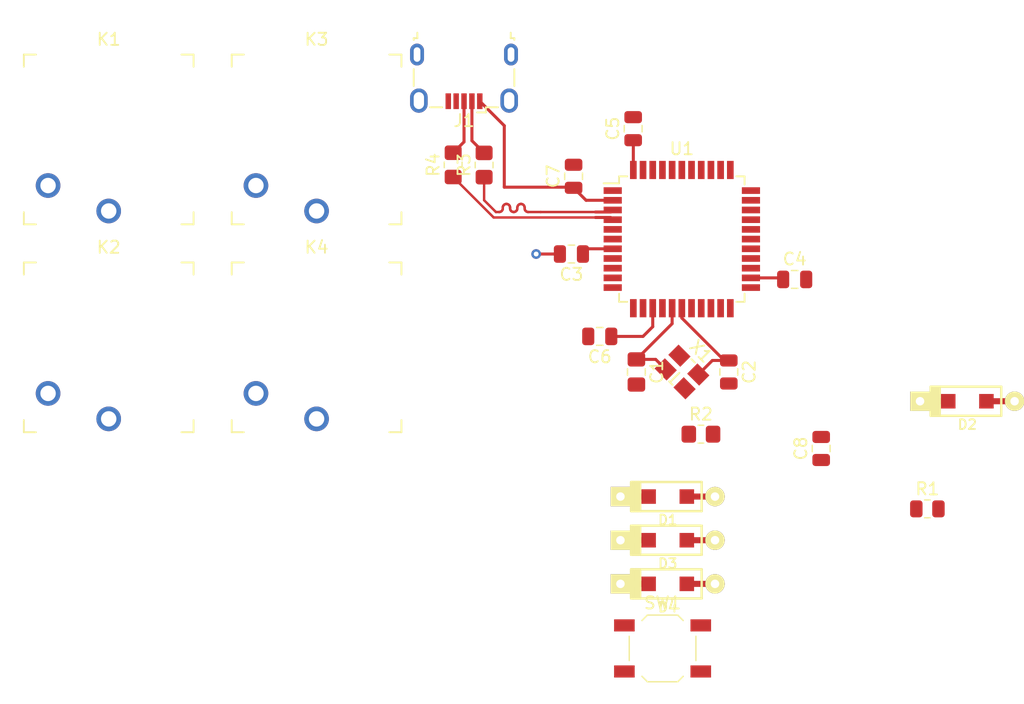
<source format=kicad_pcb>
(kicad_pcb (version 20171130) (host pcbnew "(5.1.12-1-10_14)")

  (general
    (thickness 1.6)
    (drawings 8)
    (tracks 103)
    (zones 0)
    (modules 24)
    (nets 44)
  )

  (page A4)
  (layers
    (0 F.Cu signal)
    (31 B.Cu signal)
    (32 B.Adhes user)
    (33 F.Adhes user)
    (34 B.Paste user)
    (35 F.Paste user)
    (36 B.SilkS user)
    (37 F.SilkS user)
    (38 B.Mask user)
    (39 F.Mask user)
    (40 Dwgs.User user)
    (41 Cmts.User user)
    (42 Eco1.User user)
    (43 Eco2.User user)
    (44 Edge.Cuts user)
    (45 Margin user)
    (46 B.CrtYd user)
    (47 F.CrtYd user)
    (48 B.Fab user)
    (49 F.Fab user)
  )

  (setup
    (last_trace_width 0.25)
    (trace_clearance 0.2)
    (zone_clearance 0.508)
    (zone_45_only no)
    (trace_min 0.2)
    (via_size 0.8)
    (via_drill 0.4)
    (via_min_size 0.4)
    (via_min_drill 0.3)
    (uvia_size 0.3)
    (uvia_drill 0.1)
    (uvias_allowed no)
    (uvia_min_size 0.2)
    (uvia_min_drill 0.1)
    (edge_width 0.05)
    (segment_width 0.2)
    (pcb_text_width 0.3)
    (pcb_text_size 1.5 1.5)
    (mod_edge_width 0.12)
    (mod_text_size 1 1)
    (mod_text_width 0.15)
    (pad_size 1.4 1.2)
    (pad_drill 0)
    (pad_to_mask_clearance 0)
    (aux_axis_origin 0 0)
    (visible_elements FFFFF77F)
    (pcbplotparams
      (layerselection 0x010fc_ffffffff)
      (usegerberextensions false)
      (usegerberattributes true)
      (usegerberadvancedattributes true)
      (creategerberjobfile true)
      (excludeedgelayer true)
      (linewidth 0.100000)
      (plotframeref false)
      (viasonmask false)
      (mode 1)
      (useauxorigin false)
      (hpglpennumber 1)
      (hpglpenspeed 20)
      (hpglpendiameter 15.000000)
      (psnegative false)
      (psa4output false)
      (plotreference true)
      (plotvalue true)
      (plotinvisibletext false)
      (padsonsilk false)
      (subtractmaskfromsilk false)
      (outputformat 1)
      (mirror false)
      (drillshape 1)
      (scaleselection 1)
      (outputdirectory ""))
  )

  (net 0 "")
  (net 1 "Net-(C1-Pad1)")
  (net 2 +5V)
  (net 3 "Net-(C2-Pad1)")
  (net 4 GND)
  (net 5 VCC)
  (net 6 "Net-(C8-Pad1)")
  (net 7 "Net-(D1-Pad2)")
  (net 8 /row0)
  (net 9 "Net-(D2-Pad2)")
  (net 10 /row1)
  (net 11 "Net-(D3-Pad2)")
  (net 12 "Net-(D4-Pad2)")
  (net 13 "Net-(J1-Pad4)")
  (net 14 /col0)
  (net 15 /col1)
  (net 16 "Net-(R1-Pad1)")
  (net 17 "Net-(R2-Pad2)")
  (net 18 "Net-(U1-Pad1)")
  (net 19 "Net-(U1-Pad8)")
  (net 20 "Net-(U1-Pad9)")
  (net 21 "Net-(U1-Pad10)")
  (net 22 "Net-(U1-Pad11)")
  (net 23 "Net-(U1-Pad12)")
  (net 24 "Net-(U1-Pad18)")
  (net 25 "Net-(U1-Pad19)")
  (net 26 "Net-(U1-Pad20)")
  (net 27 "Net-(U1-Pad21)")
  (net 28 "Net-(U1-Pad22)")
  (net 29 "Net-(U1-Pad25)")
  (net 30 "Net-(U1-Pad26)")
  (net 31 "Net-(U1-Pad27)")
  (net 32 "Net-(U1-Pad28)")
  (net 33 "Net-(U1-Pad29)")
  (net 34 "Net-(U1-Pad30)")
  (net 35 "Net-(U1-Pad31)")
  (net 36 "Net-(U1-Pad32)")
  (net 37 "Net-(U1-Pad36)")
  (net 38 "Net-(U1-Pad37)")
  (net 39 "Net-(U1-Pad42)")
  (net 40 /DP)
  (net 41 /DN)
  (net 42 "Net-(J1-Pad2)")
  (net 43 "Net-(J1-Pad3)")

  (net_class Default "This is the default net class."
    (clearance 0.2)
    (trace_width 0.25)
    (via_dia 0.8)
    (via_drill 0.4)
    (uvia_dia 0.3)
    (uvia_drill 0.1)
    (add_net +5V)
    (add_net /DN)
    (add_net /DP)
    (add_net /col0)
    (add_net /col1)
    (add_net /row0)
    (add_net /row1)
    (add_net GND)
    (add_net "Net-(C1-Pad1)")
    (add_net "Net-(C2-Pad1)")
    (add_net "Net-(C8-Pad1)")
    (add_net "Net-(D1-Pad2)")
    (add_net "Net-(D2-Pad2)")
    (add_net "Net-(D3-Pad2)")
    (add_net "Net-(D4-Pad2)")
    (add_net "Net-(J1-Pad2)")
    (add_net "Net-(J1-Pad3)")
    (add_net "Net-(J1-Pad4)")
    (add_net "Net-(R1-Pad1)")
    (add_net "Net-(R2-Pad2)")
    (add_net "Net-(U1-Pad1)")
    (add_net "Net-(U1-Pad10)")
    (add_net "Net-(U1-Pad11)")
    (add_net "Net-(U1-Pad12)")
    (add_net "Net-(U1-Pad18)")
    (add_net "Net-(U1-Pad19)")
    (add_net "Net-(U1-Pad20)")
    (add_net "Net-(U1-Pad21)")
    (add_net "Net-(U1-Pad22)")
    (add_net "Net-(U1-Pad25)")
    (add_net "Net-(U1-Pad26)")
    (add_net "Net-(U1-Pad27)")
    (add_net "Net-(U1-Pad28)")
    (add_net "Net-(U1-Pad29)")
    (add_net "Net-(U1-Pad30)")
    (add_net "Net-(U1-Pad31)")
    (add_net "Net-(U1-Pad32)")
    (add_net "Net-(U1-Pad36)")
    (add_net "Net-(U1-Pad37)")
    (add_net "Net-(U1-Pad42)")
    (add_net "Net-(U1-Pad8)")
    (add_net "Net-(U1-Pad9)")
    (add_net VCC)
  )

  (module keyswitches:SW_PG1350 (layer F.Cu) (tedit 5DD50112) (tstamp 61A0AD26)
    (at 133.35 92.71)
    (descr "Kailh \"Choc\" PG1350 keyswitch")
    (tags kailh,choc)
    (path /619C5673)
    (fp_text reference K1 (at 0 -8.255) (layer F.SilkS)
      (effects (font (size 1 1) (thickness 0.15)))
    )
    (fp_text value KEYSW (at 0 8.255) (layer F.Fab)
      (effects (font (size 1 1) (thickness 0.15)))
    )
    (fp_line (start -2.6 -3.1) (end 2.6 -3.1) (layer Eco2.User) (width 0.15))
    (fp_line (start 2.6 -3.1) (end 2.6 -6.3) (layer Eco2.User) (width 0.15))
    (fp_line (start 2.6 -6.3) (end -2.6 -6.3) (layer Eco2.User) (width 0.15))
    (fp_line (start -2.6 -3.1) (end -2.6 -6.3) (layer Eco2.User) (width 0.15))
    (fp_line (start -7 -6) (end -7 -7) (layer F.SilkS) (width 0.15))
    (fp_line (start -7 7) (end -6 7) (layer F.SilkS) (width 0.15))
    (fp_line (start -6 -7) (end -7 -7) (layer F.SilkS) (width 0.15))
    (fp_line (start -7 7) (end -7 6) (layer F.SilkS) (width 0.15))
    (fp_line (start 7 6) (end 7 7) (layer F.SilkS) (width 0.15))
    (fp_line (start 7 -7) (end 6 -7) (layer F.SilkS) (width 0.15))
    (fp_line (start 6 7) (end 7 7) (layer F.SilkS) (width 0.15))
    (fp_line (start 7 -7) (end 7 -6) (layer F.SilkS) (width 0.15))
    (fp_line (start -6.9 6.9) (end 6.9 6.9) (layer Eco2.User) (width 0.15))
    (fp_line (start 6.9 -6.9) (end -6.9 -6.9) (layer Eco2.User) (width 0.15))
    (fp_line (start 6.9 -6.9) (end 6.9 6.9) (layer Eco2.User) (width 0.15))
    (fp_line (start -6.9 6.9) (end -6.9 -6.9) (layer Eco2.User) (width 0.15))
    (fp_line (start -7.5 -7.5) (end 7.5 -7.5) (layer F.Fab) (width 0.15))
    (fp_line (start 7.5 -7.5) (end 7.5 7.5) (layer F.Fab) (width 0.15))
    (fp_line (start 7.5 7.5) (end -7.5 7.5) (layer F.Fab) (width 0.15))
    (fp_line (start -7.5 7.5) (end -7.5 -7.5) (layer F.Fab) (width 0.15))
    (fp_text user %R (at 0 0) (layer F.Fab)
      (effects (font (size 1 1) (thickness 0.15)))
    )
    (pad "" np_thru_hole circle (at 0 0) (size 3.429 3.429) (drill 3.429) (layers *.Cu *.Mask))
    (pad 2 thru_hole circle (at -5 3.8) (size 2.032 2.032) (drill 1.27) (layers *.Cu *.Mask)
      (net 7 "Net-(D1-Pad2)"))
    (pad 1 thru_hole circle (at 0 5.9) (size 2.032 2.032) (drill 1.27) (layers *.Cu *.Mask)
      (net 14 /col0))
    (pad "" np_thru_hole circle (at 5.22 -4.2) (size 0.9906 0.9906) (drill 0.9906) (layers *.Cu *.Mask))
    (pad "" np_thru_hole circle (at 5.5 0) (size 1.7018 1.7018) (drill 1.7018) (layers *.Cu *.Mask))
    (pad "" np_thru_hole circle (at -5.5 0) (size 1.7018 1.7018) (drill 1.7018) (layers *.Cu *.Mask))
  )

  (module Capacitor_SMD:C_0805_2012Metric_Pad1.18x1.45mm_HandSolder (layer F.Cu) (tedit 5F68FEEF) (tstamp 61A0AC15)
    (at 176.8729 111.887 270)
    (descr "Capacitor SMD 0805 (2012 Metric), square (rectangular) end terminal, IPC_7351 nominal with elongated pad for handsoldering. (Body size source: IPC-SM-782 page 76, https://www.pcb-3d.com/wordpress/wp-content/uploads/ipc-sm-782a_amendment_1_and_2.pdf, https://docs.google.com/spreadsheets/d/1BsfQQcO9C6DZCsRaXUlFlo91Tg2WpOkGARC1WS5S8t0/edit?usp=sharing), generated with kicad-footprint-generator")
    (tags "capacitor handsolder")
    (path /6196ACC4)
    (attr smd)
    (fp_text reference C1 (at 0 -1.68 90) (layer F.SilkS)
      (effects (font (size 1 1) (thickness 0.15)))
    )
    (fp_text value 22P (at 0 1.68 90) (layer F.Fab)
      (effects (font (size 1 1) (thickness 0.15)))
    )
    (fp_line (start -1 0.625) (end -1 -0.625) (layer F.Fab) (width 0.1))
    (fp_line (start -1 -0.625) (end 1 -0.625) (layer F.Fab) (width 0.1))
    (fp_line (start 1 -0.625) (end 1 0.625) (layer F.Fab) (width 0.1))
    (fp_line (start 1 0.625) (end -1 0.625) (layer F.Fab) (width 0.1))
    (fp_line (start -0.261252 -0.735) (end 0.261252 -0.735) (layer F.SilkS) (width 0.12))
    (fp_line (start -0.261252 0.735) (end 0.261252 0.735) (layer F.SilkS) (width 0.12))
    (fp_line (start -1.88 0.98) (end -1.88 -0.98) (layer F.CrtYd) (width 0.05))
    (fp_line (start -1.88 -0.98) (end 1.88 -0.98) (layer F.CrtYd) (width 0.05))
    (fp_line (start 1.88 -0.98) (end 1.88 0.98) (layer F.CrtYd) (width 0.05))
    (fp_line (start 1.88 0.98) (end -1.88 0.98) (layer F.CrtYd) (width 0.05))
    (fp_text user %R (at 0 0 90) (layer F.Fab)
      (effects (font (size 0.5 0.5) (thickness 0.08)))
    )
    (pad 1 smd roundrect (at -1.0375 0 270) (size 1.175 1.45) (layers F.Cu F.Paste F.Mask) (roundrect_rratio 0.212766)
      (net 1 "Net-(C1-Pad1)"))
    (pad 2 smd roundrect (at 1.0375 0 270) (size 1.175 1.45) (layers F.Cu F.Paste F.Mask) (roundrect_rratio 0.212766)
      (net 2 +5V))
    (model ${KISYS3DMOD}/Capacitor_SMD.3dshapes/C_0805_2012Metric.wrl
      (at (xyz 0 0 0))
      (scale (xyz 1 1 1))
      (rotate (xyz 0 0 0))
    )
  )

  (module Capacitor_SMD:C_0805_2012Metric (layer F.Cu) (tedit 5F68FEEE) (tstamp 61A0AC26)
    (at 184.4929 111.887 270)
    (descr "Capacitor SMD 0805 (2012 Metric), square (rectangular) end terminal, IPC_7351 nominal, (Body size source: IPC-SM-782 page 76, https://www.pcb-3d.com/wordpress/wp-content/uploads/ipc-sm-782a_amendment_1_and_2.pdf, https://docs.google.com/spreadsheets/d/1BsfQQcO9C6DZCsRaXUlFlo91Tg2WpOkGARC1WS5S8t0/edit?usp=sharing), generated with kicad-footprint-generator")
    (tags capacitor)
    (path /6196B635)
    (attr smd)
    (fp_text reference C2 (at 0 -1.68 90) (layer F.SilkS)
      (effects (font (size 1 1) (thickness 0.15)))
    )
    (fp_text value 22P (at 0 1.68 90) (layer F.Fab)
      (effects (font (size 1 1) (thickness 0.15)))
    )
    (fp_line (start -1 0.625) (end -1 -0.625) (layer F.Fab) (width 0.1))
    (fp_line (start -1 -0.625) (end 1 -0.625) (layer F.Fab) (width 0.1))
    (fp_line (start 1 -0.625) (end 1 0.625) (layer F.Fab) (width 0.1))
    (fp_line (start 1 0.625) (end -1 0.625) (layer F.Fab) (width 0.1))
    (fp_line (start -0.261252 -0.735) (end 0.261252 -0.735) (layer F.SilkS) (width 0.12))
    (fp_line (start -0.261252 0.735) (end 0.261252 0.735) (layer F.SilkS) (width 0.12))
    (fp_line (start -1.7 0.98) (end -1.7 -0.98) (layer F.CrtYd) (width 0.05))
    (fp_line (start -1.7 -0.98) (end 1.7 -0.98) (layer F.CrtYd) (width 0.05))
    (fp_line (start 1.7 -0.98) (end 1.7 0.98) (layer F.CrtYd) (width 0.05))
    (fp_line (start 1.7 0.98) (end -1.7 0.98) (layer F.CrtYd) (width 0.05))
    (fp_text user %R (at 0 0 90) (layer F.Fab)
      (effects (font (size 0.5 0.5) (thickness 0.08)))
    )
    (pad 1 smd roundrect (at -0.95 0 270) (size 1 1.45) (layers F.Cu F.Paste F.Mask) (roundrect_rratio 0.25)
      (net 3 "Net-(C2-Pad1)"))
    (pad 2 smd roundrect (at 0.95 0 270) (size 1 1.45) (layers F.Cu F.Paste F.Mask) (roundrect_rratio 0.25)
      (net 2 +5V))
    (model ${KISYS3DMOD}/Capacitor_SMD.3dshapes/C_0805_2012Metric.wrl
      (at (xyz 0 0 0))
      (scale (xyz 1 1 1))
      (rotate (xyz 0 0 0))
    )
  )

  (module Capacitor_SMD:C_0805_2012Metric (layer F.Cu) (tedit 5F68FEEE) (tstamp 61A0AC37)
    (at 171.5135 102.1588 180)
    (descr "Capacitor SMD 0805 (2012 Metric), square (rectangular) end terminal, IPC_7351 nominal, (Body size source: IPC-SM-782 page 76, https://www.pcb-3d.com/wordpress/wp-content/uploads/ipc-sm-782a_amendment_1_and_2.pdf, https://docs.google.com/spreadsheets/d/1BsfQQcO9C6DZCsRaXUlFlo91Tg2WpOkGARC1WS5S8t0/edit?usp=sharing), generated with kicad-footprint-generator")
    (tags capacitor)
    (path /61966D70)
    (attr smd)
    (fp_text reference C3 (at 0 -1.68) (layer F.SilkS)
      (effects (font (size 1 1) (thickness 0.15)))
    )
    (fp_text value 0.1u (at 0 1.68) (layer F.Fab)
      (effects (font (size 1 1) (thickness 0.15)))
    )
    (fp_line (start 1.7 0.98) (end -1.7 0.98) (layer F.CrtYd) (width 0.05))
    (fp_line (start 1.7 -0.98) (end 1.7 0.98) (layer F.CrtYd) (width 0.05))
    (fp_line (start -1.7 -0.98) (end 1.7 -0.98) (layer F.CrtYd) (width 0.05))
    (fp_line (start -1.7 0.98) (end -1.7 -0.98) (layer F.CrtYd) (width 0.05))
    (fp_line (start -0.261252 0.735) (end 0.261252 0.735) (layer F.SilkS) (width 0.12))
    (fp_line (start -0.261252 -0.735) (end 0.261252 -0.735) (layer F.SilkS) (width 0.12))
    (fp_line (start 1 0.625) (end -1 0.625) (layer F.Fab) (width 0.1))
    (fp_line (start 1 -0.625) (end 1 0.625) (layer F.Fab) (width 0.1))
    (fp_line (start -1 -0.625) (end 1 -0.625) (layer F.Fab) (width 0.1))
    (fp_line (start -1 0.625) (end -1 -0.625) (layer F.Fab) (width 0.1))
    (fp_text user %R (at 0 0) (layer F.Fab)
      (effects (font (size 0.5 0.5) (thickness 0.08)))
    )
    (pad 2 smd roundrect (at 0.95 0 180) (size 1 1.45) (layers F.Cu F.Paste F.Mask) (roundrect_rratio 0.25)
      (net 4 GND))
    (pad 1 smd roundrect (at -0.95 0 180) (size 1 1.45) (layers F.Cu F.Paste F.Mask) (roundrect_rratio 0.25)
      (net 5 VCC))
    (model ${KISYS3DMOD}/Capacitor_SMD.3dshapes/C_0805_2012Metric.wrl
      (at (xyz 0 0 0))
      (scale (xyz 1 1 1))
      (rotate (xyz 0 0 0))
    )
  )

  (module Capacitor_SMD:C_0805_2012Metric (layer F.Cu) (tedit 5F68FEEE) (tstamp 61A0AC48)
    (at 189.926 104.2543)
    (descr "Capacitor SMD 0805 (2012 Metric), square (rectangular) end terminal, IPC_7351 nominal, (Body size source: IPC-SM-782 page 76, https://www.pcb-3d.com/wordpress/wp-content/uploads/ipc-sm-782a_amendment_1_and_2.pdf, https://docs.google.com/spreadsheets/d/1BsfQQcO9C6DZCsRaXUlFlo91Tg2WpOkGARC1WS5S8t0/edit?usp=sharing), generated with kicad-footprint-generator")
    (tags capacitor)
    (path /61969178)
    (attr smd)
    (fp_text reference C4 (at 0 -1.68) (layer F.SilkS)
      (effects (font (size 1 1) (thickness 0.15)))
    )
    (fp_text value 0.1u (at 0 1.68) (layer F.Fab)
      (effects (font (size 1 1) (thickness 0.15)))
    )
    (fp_line (start -1 0.625) (end -1 -0.625) (layer F.Fab) (width 0.1))
    (fp_line (start -1 -0.625) (end 1 -0.625) (layer F.Fab) (width 0.1))
    (fp_line (start 1 -0.625) (end 1 0.625) (layer F.Fab) (width 0.1))
    (fp_line (start 1 0.625) (end -1 0.625) (layer F.Fab) (width 0.1))
    (fp_line (start -0.261252 -0.735) (end 0.261252 -0.735) (layer F.SilkS) (width 0.12))
    (fp_line (start -0.261252 0.735) (end 0.261252 0.735) (layer F.SilkS) (width 0.12))
    (fp_line (start -1.7 0.98) (end -1.7 -0.98) (layer F.CrtYd) (width 0.05))
    (fp_line (start -1.7 -0.98) (end 1.7 -0.98) (layer F.CrtYd) (width 0.05))
    (fp_line (start 1.7 -0.98) (end 1.7 0.98) (layer F.CrtYd) (width 0.05))
    (fp_line (start 1.7 0.98) (end -1.7 0.98) (layer F.CrtYd) (width 0.05))
    (fp_text user %R (at 0 0) (layer F.Fab)
      (effects (font (size 0.5 0.5) (thickness 0.08)))
    )
    (pad 1 smd roundrect (at -0.95 0) (size 1 1.45) (layers F.Cu F.Paste F.Mask) (roundrect_rratio 0.25)
      (net 5 VCC))
    (pad 2 smd roundrect (at 0.95 0) (size 1 1.45) (layers F.Cu F.Paste F.Mask) (roundrect_rratio 0.25)
      (net 4 GND))
    (model ${KISYS3DMOD}/Capacitor_SMD.3dshapes/C_0805_2012Metric.wrl
      (at (xyz 0 0 0))
      (scale (xyz 1 1 1))
      (rotate (xyz 0 0 0))
    )
  )

  (module Capacitor_SMD:C_0805_2012Metric (layer F.Cu) (tedit 5F68FEEE) (tstamp 61A0AC59)
    (at 176.6062 91.821 90)
    (descr "Capacitor SMD 0805 (2012 Metric), square (rectangular) end terminal, IPC_7351 nominal, (Body size source: IPC-SM-782 page 76, https://www.pcb-3d.com/wordpress/wp-content/uploads/ipc-sm-782a_amendment_1_and_2.pdf, https://docs.google.com/spreadsheets/d/1BsfQQcO9C6DZCsRaXUlFlo91Tg2WpOkGARC1WS5S8t0/edit?usp=sharing), generated with kicad-footprint-generator")
    (tags capacitor)
    (path /61969C03)
    (attr smd)
    (fp_text reference C5 (at 0 -1.68 90) (layer F.SilkS)
      (effects (font (size 1 1) (thickness 0.15)))
    )
    (fp_text value 0.1u (at 0 1.68 90) (layer F.Fab)
      (effects (font (size 1 1) (thickness 0.15)))
    )
    (fp_line (start 1.7 0.98) (end -1.7 0.98) (layer F.CrtYd) (width 0.05))
    (fp_line (start 1.7 -0.98) (end 1.7 0.98) (layer F.CrtYd) (width 0.05))
    (fp_line (start -1.7 -0.98) (end 1.7 -0.98) (layer F.CrtYd) (width 0.05))
    (fp_line (start -1.7 0.98) (end -1.7 -0.98) (layer F.CrtYd) (width 0.05))
    (fp_line (start -0.261252 0.735) (end 0.261252 0.735) (layer F.SilkS) (width 0.12))
    (fp_line (start -0.261252 -0.735) (end 0.261252 -0.735) (layer F.SilkS) (width 0.12))
    (fp_line (start 1 0.625) (end -1 0.625) (layer F.Fab) (width 0.1))
    (fp_line (start 1 -0.625) (end 1 0.625) (layer F.Fab) (width 0.1))
    (fp_line (start -1 -0.625) (end 1 -0.625) (layer F.Fab) (width 0.1))
    (fp_line (start -1 0.625) (end -1 -0.625) (layer F.Fab) (width 0.1))
    (fp_text user %R (at 0 0 90) (layer F.Fab)
      (effects (font (size 0.5 0.5) (thickness 0.08)))
    )
    (pad 2 smd roundrect (at 0.95 0 90) (size 1 1.45) (layers F.Cu F.Paste F.Mask) (roundrect_rratio 0.25)
      (net 4 GND))
    (pad 1 smd roundrect (at -0.95 0 90) (size 1 1.45) (layers F.Cu F.Paste F.Mask) (roundrect_rratio 0.25)
      (net 5 VCC))
    (model ${KISYS3DMOD}/Capacitor_SMD.3dshapes/C_0805_2012Metric.wrl
      (at (xyz 0 0 0))
      (scale (xyz 1 1 1))
      (rotate (xyz 0 0 0))
    )
  )

  (module Capacitor_SMD:C_0805_2012Metric (layer F.Cu) (tedit 5F68FEEE) (tstamp 61A0AC6A)
    (at 173.8503 108.9533 180)
    (descr "Capacitor SMD 0805 (2012 Metric), square (rectangular) end terminal, IPC_7351 nominal, (Body size source: IPC-SM-782 page 76, https://www.pcb-3d.com/wordpress/wp-content/uploads/ipc-sm-782a_amendment_1_and_2.pdf, https://docs.google.com/spreadsheets/d/1BsfQQcO9C6DZCsRaXUlFlo91Tg2WpOkGARC1WS5S8t0/edit?usp=sharing), generated with kicad-footprint-generator")
    (tags capacitor)
    (path /6196A54F)
    (attr smd)
    (fp_text reference C6 (at 0 -1.68) (layer F.SilkS)
      (effects (font (size 1 1) (thickness 0.15)))
    )
    (fp_text value 0.1u (at 0 1.68) (layer F.Fab)
      (effects (font (size 1 1) (thickness 0.15)))
    )
    (fp_line (start -1 0.625) (end -1 -0.625) (layer F.Fab) (width 0.1))
    (fp_line (start -1 -0.625) (end 1 -0.625) (layer F.Fab) (width 0.1))
    (fp_line (start 1 -0.625) (end 1 0.625) (layer F.Fab) (width 0.1))
    (fp_line (start 1 0.625) (end -1 0.625) (layer F.Fab) (width 0.1))
    (fp_line (start -0.261252 -0.735) (end 0.261252 -0.735) (layer F.SilkS) (width 0.12))
    (fp_line (start -0.261252 0.735) (end 0.261252 0.735) (layer F.SilkS) (width 0.12))
    (fp_line (start -1.7 0.98) (end -1.7 -0.98) (layer F.CrtYd) (width 0.05))
    (fp_line (start -1.7 -0.98) (end 1.7 -0.98) (layer F.CrtYd) (width 0.05))
    (fp_line (start 1.7 -0.98) (end 1.7 0.98) (layer F.CrtYd) (width 0.05))
    (fp_line (start 1.7 0.98) (end -1.7 0.98) (layer F.CrtYd) (width 0.05))
    (fp_text user %R (at 0 0) (layer F.Fab)
      (effects (font (size 0.5 0.5) (thickness 0.08)))
    )
    (pad 1 smd roundrect (at -0.95 0 180) (size 1 1.45) (layers F.Cu F.Paste F.Mask) (roundrect_rratio 0.25)
      (net 5 VCC))
    (pad 2 smd roundrect (at 0.95 0 180) (size 1 1.45) (layers F.Cu F.Paste F.Mask) (roundrect_rratio 0.25)
      (net 4 GND))
    (model ${KISYS3DMOD}/Capacitor_SMD.3dshapes/C_0805_2012Metric.wrl
      (at (xyz 0 0 0))
      (scale (xyz 1 1 1))
      (rotate (xyz 0 0 0))
    )
  )

  (module Capacitor_SMD:C_0805_2012Metric (layer F.Cu) (tedit 5F68FEEE) (tstamp 61A0AC7B)
    (at 171.6913 95.7478 90)
    (descr "Capacitor SMD 0805 (2012 Metric), square (rectangular) end terminal, IPC_7351 nominal, (Body size source: IPC-SM-782 page 76, https://www.pcb-3d.com/wordpress/wp-content/uploads/ipc-sm-782a_amendment_1_and_2.pdf, https://docs.google.com/spreadsheets/d/1BsfQQcO9C6DZCsRaXUlFlo91Tg2WpOkGARC1WS5S8t0/edit?usp=sharing), generated with kicad-footprint-generator")
    (tags capacitor)
    (path /6196AC00)
    (attr smd)
    (fp_text reference C7 (at 0 -1.68 90) (layer F.SilkS)
      (effects (font (size 1 1) (thickness 0.15)))
    )
    (fp_text value 4.7u (at 0 1.68 90) (layer F.Fab)
      (effects (font (size 1 1) (thickness 0.15)))
    )
    (fp_line (start -1 0.625) (end -1 -0.625) (layer F.Fab) (width 0.1))
    (fp_line (start -1 -0.625) (end 1 -0.625) (layer F.Fab) (width 0.1))
    (fp_line (start 1 -0.625) (end 1 0.625) (layer F.Fab) (width 0.1))
    (fp_line (start 1 0.625) (end -1 0.625) (layer F.Fab) (width 0.1))
    (fp_line (start -0.261252 -0.735) (end 0.261252 -0.735) (layer F.SilkS) (width 0.12))
    (fp_line (start -0.261252 0.735) (end 0.261252 0.735) (layer F.SilkS) (width 0.12))
    (fp_line (start -1.7 0.98) (end -1.7 -0.98) (layer F.CrtYd) (width 0.05))
    (fp_line (start -1.7 -0.98) (end 1.7 -0.98) (layer F.CrtYd) (width 0.05))
    (fp_line (start 1.7 -0.98) (end 1.7 0.98) (layer F.CrtYd) (width 0.05))
    (fp_line (start 1.7 0.98) (end -1.7 0.98) (layer F.CrtYd) (width 0.05))
    (fp_text user %R (at 0 0 90) (layer F.Fab)
      (effects (font (size 0.5 0.5) (thickness 0.08)))
    )
    (pad 1 smd roundrect (at -0.95 0 90) (size 1 1.45) (layers F.Cu F.Paste F.Mask) (roundrect_rratio 0.25)
      (net 5 VCC))
    (pad 2 smd roundrect (at 0.95 0 90) (size 1 1.45) (layers F.Cu F.Paste F.Mask) (roundrect_rratio 0.25)
      (net 4 GND))
    (model ${KISYS3DMOD}/Capacitor_SMD.3dshapes/C_0805_2012Metric.wrl
      (at (xyz 0 0 0))
      (scale (xyz 1 1 1))
      (rotate (xyz 0 0 0))
    )
  )

  (module Capacitor_SMD:C_0805_2012Metric (layer F.Cu) (tedit 5F68FEEE) (tstamp 61A0AC8C)
    (at 192.1129 118.1964 90)
    (descr "Capacitor SMD 0805 (2012 Metric), square (rectangular) end terminal, IPC_7351 nominal, (Body size source: IPC-SM-782 page 76, https://www.pcb-3d.com/wordpress/wp-content/uploads/ipc-sm-782a_amendment_1_and_2.pdf, https://docs.google.com/spreadsheets/d/1BsfQQcO9C6DZCsRaXUlFlo91Tg2WpOkGARC1WS5S8t0/edit?usp=sharing), generated with kicad-footprint-generator")
    (tags capacitor)
    (path /6199EBF6)
    (attr smd)
    (fp_text reference C8 (at 0 -1.68 90) (layer F.SilkS)
      (effects (font (size 1 1) (thickness 0.15)))
    )
    (fp_text value 1u (at 0 1.68 90) (layer F.Fab)
      (effects (font (size 1 1) (thickness 0.15)))
    )
    (fp_line (start 1.7 0.98) (end -1.7 0.98) (layer F.CrtYd) (width 0.05))
    (fp_line (start 1.7 -0.98) (end 1.7 0.98) (layer F.CrtYd) (width 0.05))
    (fp_line (start -1.7 -0.98) (end 1.7 -0.98) (layer F.CrtYd) (width 0.05))
    (fp_line (start -1.7 0.98) (end -1.7 -0.98) (layer F.CrtYd) (width 0.05))
    (fp_line (start -0.261252 0.735) (end 0.261252 0.735) (layer F.SilkS) (width 0.12))
    (fp_line (start -0.261252 -0.735) (end 0.261252 -0.735) (layer F.SilkS) (width 0.12))
    (fp_line (start 1 0.625) (end -1 0.625) (layer F.Fab) (width 0.1))
    (fp_line (start 1 -0.625) (end 1 0.625) (layer F.Fab) (width 0.1))
    (fp_line (start -1 -0.625) (end 1 -0.625) (layer F.Fab) (width 0.1))
    (fp_line (start -1 0.625) (end -1 -0.625) (layer F.Fab) (width 0.1))
    (fp_text user %R (at 0 0 90) (layer F.Fab)
      (effects (font (size 0.5 0.5) (thickness 0.08)))
    )
    (pad 2 smd roundrect (at 0.95 0 90) (size 1 1.45) (layers F.Cu F.Paste F.Mask) (roundrect_rratio 0.25)
      (net 4 GND))
    (pad 1 smd roundrect (at -0.95 0 90) (size 1 1.45) (layers F.Cu F.Paste F.Mask) (roundrect_rratio 0.25)
      (net 6 "Net-(C8-Pad1)"))
    (model ${KISYS3DMOD}/Capacitor_SMD.3dshapes/C_0805_2012Metric.wrl
      (at (xyz 0 0 0))
      (scale (xyz 1 1 1))
      (rotate (xyz 0 0 0))
    )
  )

  (module keyboard_parts:D_SOD123_axial (layer F.Cu) (tedit 561B6A12) (tstamp 61A0AC9F)
    (at 179.45625 122.162501)
    (path /619C85BD)
    (attr smd)
    (fp_text reference D1 (at 0 1.925) (layer F.SilkS)
      (effects (font (size 0.8 0.8) (thickness 0.15)))
    )
    (fp_text value D (at 0 -1.925) (layer F.SilkS) hide
      (effects (font (size 0.8 0.8) (thickness 0.15)))
    )
    (fp_line (start -2.275 -1.2) (end -2.275 1.2) (layer F.SilkS) (width 0.2))
    (fp_line (start -2.45 -1.2) (end -2.45 1.2) (layer F.SilkS) (width 0.2))
    (fp_line (start -2.625 -1.2) (end -2.625 1.2) (layer F.SilkS) (width 0.2))
    (fp_line (start -3.025 1.2) (end -3.025 -1.2) (layer F.SilkS) (width 0.2))
    (fp_line (start -2.8 -1.2) (end -2.8 1.2) (layer F.SilkS) (width 0.2))
    (fp_line (start -2.925 -1.2) (end -2.925 1.2) (layer F.SilkS) (width 0.2))
    (fp_line (start -3 -1.2) (end 2.8 -1.2) (layer F.SilkS) (width 0.2))
    (fp_line (start 2.8 -1.2) (end 2.8 1.2) (layer F.SilkS) (width 0.2))
    (fp_line (start 2.8 1.2) (end -3 1.2) (layer F.SilkS) (width 0.2))
    (pad 2 smd rect (at 1.575 0) (size 1.2 1.2) (layers F.Cu F.Paste F.Mask)
      (net 7 "Net-(D1-Pad2)"))
    (pad 1 smd rect (at -1.575 0) (size 1.2 1.2) (layers F.Cu F.Paste F.Mask)
      (net 8 /row0))
    (pad 1 thru_hole rect (at -3.9 0) (size 1.6 1.6) (drill 0.7) (layers *.Cu *.Mask F.SilkS)
      (net 8 /row0))
    (pad 2 thru_hole circle (at 3.9 0) (size 1.6 1.6) (drill 0.7) (layers *.Cu *.Mask F.SilkS)
      (net 7 "Net-(D1-Pad2)"))
    (pad 1 smd rect (at -2.7 0) (size 2.5 0.5) (layers F.Cu)
      (net 8 /row0) (solder_mask_margin -999))
    (pad 2 smd rect (at 2.7 0) (size 2.5 0.5) (layers F.Cu)
      (net 7 "Net-(D1-Pad2)") (solder_mask_margin -999))
  )

  (module keyboard_parts:D_SOD123_axial (layer F.Cu) (tedit 561B6A12) (tstamp 61A0ACB2)
    (at 204.165 114.3)
    (path /619F71C0)
    (attr smd)
    (fp_text reference D2 (at 0 1.925) (layer F.SilkS)
      (effects (font (size 0.8 0.8) (thickness 0.15)))
    )
    (fp_text value D (at 0 -1.925) (layer F.SilkS) hide
      (effects (font (size 0.8 0.8) (thickness 0.15)))
    )
    (fp_line (start -2.275 -1.2) (end -2.275 1.2) (layer F.SilkS) (width 0.2))
    (fp_line (start -2.45 -1.2) (end -2.45 1.2) (layer F.SilkS) (width 0.2))
    (fp_line (start -2.625 -1.2) (end -2.625 1.2) (layer F.SilkS) (width 0.2))
    (fp_line (start -3.025 1.2) (end -3.025 -1.2) (layer F.SilkS) (width 0.2))
    (fp_line (start -2.8 -1.2) (end -2.8 1.2) (layer F.SilkS) (width 0.2))
    (fp_line (start -2.925 -1.2) (end -2.925 1.2) (layer F.SilkS) (width 0.2))
    (fp_line (start -3 -1.2) (end 2.8 -1.2) (layer F.SilkS) (width 0.2))
    (fp_line (start 2.8 -1.2) (end 2.8 1.2) (layer F.SilkS) (width 0.2))
    (fp_line (start 2.8 1.2) (end -3 1.2) (layer F.SilkS) (width 0.2))
    (pad 2 smd rect (at 1.575 0) (size 1.2 1.2) (layers F.Cu F.Paste F.Mask)
      (net 9 "Net-(D2-Pad2)"))
    (pad 1 smd rect (at -1.575 0) (size 1.2 1.2) (layers F.Cu F.Paste F.Mask)
      (net 10 /row1))
    (pad 1 thru_hole rect (at -3.9 0) (size 1.6 1.6) (drill 0.7) (layers *.Cu *.Mask F.SilkS)
      (net 10 /row1))
    (pad 2 thru_hole circle (at 3.9 0) (size 1.6 1.6) (drill 0.7) (layers *.Cu *.Mask F.SilkS)
      (net 9 "Net-(D2-Pad2)"))
    (pad 1 smd rect (at -2.7 0) (size 2.5 0.5) (layers F.Cu)
      (net 10 /row1) (solder_mask_margin -999))
    (pad 2 smd rect (at 2.7 0) (size 2.5 0.5) (layers F.Cu)
      (net 9 "Net-(D2-Pad2)") (solder_mask_margin -999))
  )

  (module keyboard_parts:D_SOD123_axial (layer F.Cu) (tedit 561B6A12) (tstamp 61A0ACC5)
    (at 179.45625 125.762501)
    (path /619E6734)
    (attr smd)
    (fp_text reference D3 (at 0 1.925) (layer F.SilkS)
      (effects (font (size 0.8 0.8) (thickness 0.15)))
    )
    (fp_text value D (at 0 -1.925) (layer F.SilkS) hide
      (effects (font (size 0.8 0.8) (thickness 0.15)))
    )
    (fp_line (start 2.8 1.2) (end -3 1.2) (layer F.SilkS) (width 0.2))
    (fp_line (start 2.8 -1.2) (end 2.8 1.2) (layer F.SilkS) (width 0.2))
    (fp_line (start -3 -1.2) (end 2.8 -1.2) (layer F.SilkS) (width 0.2))
    (fp_line (start -2.925 -1.2) (end -2.925 1.2) (layer F.SilkS) (width 0.2))
    (fp_line (start -2.8 -1.2) (end -2.8 1.2) (layer F.SilkS) (width 0.2))
    (fp_line (start -3.025 1.2) (end -3.025 -1.2) (layer F.SilkS) (width 0.2))
    (fp_line (start -2.625 -1.2) (end -2.625 1.2) (layer F.SilkS) (width 0.2))
    (fp_line (start -2.45 -1.2) (end -2.45 1.2) (layer F.SilkS) (width 0.2))
    (fp_line (start -2.275 -1.2) (end -2.275 1.2) (layer F.SilkS) (width 0.2))
    (pad 2 smd rect (at 2.7 0) (size 2.5 0.5) (layers F.Cu)
      (net 11 "Net-(D3-Pad2)") (solder_mask_margin -999))
    (pad 1 smd rect (at -2.7 0) (size 2.5 0.5) (layers F.Cu)
      (net 8 /row0) (solder_mask_margin -999))
    (pad 2 thru_hole circle (at 3.9 0) (size 1.6 1.6) (drill 0.7) (layers *.Cu *.Mask F.SilkS)
      (net 11 "Net-(D3-Pad2)"))
    (pad 1 thru_hole rect (at -3.9 0) (size 1.6 1.6) (drill 0.7) (layers *.Cu *.Mask F.SilkS)
      (net 8 /row0))
    (pad 1 smd rect (at -1.575 0) (size 1.2 1.2) (layers F.Cu F.Paste F.Mask)
      (net 8 /row0))
    (pad 2 smd rect (at 1.575 0) (size 1.2 1.2) (layers F.Cu F.Paste F.Mask)
      (net 11 "Net-(D3-Pad2)"))
  )

  (module keyboard_parts:D_SOD123_axial (layer F.Cu) (tedit 561B6A12) (tstamp 61A0ACD8)
    (at 179.45625 129.362501)
    (path /61A0264A)
    (attr smd)
    (fp_text reference D4 (at 0 1.925) (layer F.SilkS)
      (effects (font (size 0.8 0.8) (thickness 0.15)))
    )
    (fp_text value D (at 0 -1.925) (layer F.SilkS) hide
      (effects (font (size 0.8 0.8) (thickness 0.15)))
    )
    (fp_line (start 2.8 1.2) (end -3 1.2) (layer F.SilkS) (width 0.2))
    (fp_line (start 2.8 -1.2) (end 2.8 1.2) (layer F.SilkS) (width 0.2))
    (fp_line (start -3 -1.2) (end 2.8 -1.2) (layer F.SilkS) (width 0.2))
    (fp_line (start -2.925 -1.2) (end -2.925 1.2) (layer F.SilkS) (width 0.2))
    (fp_line (start -2.8 -1.2) (end -2.8 1.2) (layer F.SilkS) (width 0.2))
    (fp_line (start -3.025 1.2) (end -3.025 -1.2) (layer F.SilkS) (width 0.2))
    (fp_line (start -2.625 -1.2) (end -2.625 1.2) (layer F.SilkS) (width 0.2))
    (fp_line (start -2.45 -1.2) (end -2.45 1.2) (layer F.SilkS) (width 0.2))
    (fp_line (start -2.275 -1.2) (end -2.275 1.2) (layer F.SilkS) (width 0.2))
    (pad 2 smd rect (at 2.7 0) (size 2.5 0.5) (layers F.Cu)
      (net 12 "Net-(D4-Pad2)") (solder_mask_margin -999))
    (pad 1 smd rect (at -2.7 0) (size 2.5 0.5) (layers F.Cu)
      (net 10 /row1) (solder_mask_margin -999))
    (pad 2 thru_hole circle (at 3.9 0) (size 1.6 1.6) (drill 0.7) (layers *.Cu *.Mask F.SilkS)
      (net 12 "Net-(D4-Pad2)"))
    (pad 1 thru_hole rect (at -3.9 0) (size 1.6 1.6) (drill 0.7) (layers *.Cu *.Mask F.SilkS)
      (net 10 /row1))
    (pad 1 smd rect (at -1.575 0) (size 1.2 1.2) (layers F.Cu F.Paste F.Mask)
      (net 10 /row1))
    (pad 2 smd rect (at 1.575 0) (size 1.2 1.2) (layers F.Cu F.Paste F.Mask)
      (net 12 "Net-(D4-Pad2)"))
  )

  (module Connector_USB:USB_Micro-B_Wuerth_629105150521 (layer F.Cu) (tedit 5A142044) (tstamp 61A0AD07)
    (at 162.65625 87.65625 180)
    (descr "USB Micro-B receptacle, http://www.mouser.com/ds/2/445/629105150521-469306.pdf")
    (tags "usb micro receptacle")
    (path /6199285B)
    (attr smd)
    (fp_text reference J1 (at 0 -3.5) (layer F.SilkS)
      (effects (font (size 1 1) (thickness 0.15)))
    )
    (fp_text value USB_mini_micro_B (at 0 5.6) (layer F.Fab)
      (effects (font (size 1 1) (thickness 0.15)))
    )
    (fp_line (start -4 -2.25) (end -4 3.15) (layer F.Fab) (width 0.15))
    (fp_line (start -4 3.15) (end -3.7 3.15) (layer F.Fab) (width 0.15))
    (fp_line (start -3.7 3.15) (end -3.7 4.35) (layer F.Fab) (width 0.15))
    (fp_line (start -3.7 4.35) (end 3.7 4.35) (layer F.Fab) (width 0.15))
    (fp_line (start 3.7 4.35) (end 3.7 3.15) (layer F.Fab) (width 0.15))
    (fp_line (start 3.7 3.15) (end 4 3.15) (layer F.Fab) (width 0.15))
    (fp_line (start 4 3.15) (end 4 -2.25) (layer F.Fab) (width 0.15))
    (fp_line (start 4 -2.25) (end -4 -2.25) (layer F.Fab) (width 0.15))
    (fp_line (start -2.7 3.75) (end 2.7 3.75) (layer F.Fab) (width 0.15))
    (fp_line (start -1.075 -2.725) (end -1.3 -2.55) (layer F.Fab) (width 0.15))
    (fp_line (start -1.3 -2.55) (end -1.525 -2.725) (layer F.Fab) (width 0.15))
    (fp_line (start -1.525 -2.725) (end -1.525 -2.95) (layer F.Fab) (width 0.15))
    (fp_line (start -1.525 -2.95) (end -1.075 -2.95) (layer F.Fab) (width 0.15))
    (fp_line (start -1.075 -2.95) (end -1.075 -2.725) (layer F.Fab) (width 0.15))
    (fp_line (start -4.15 -0.65) (end -4.15 0.75) (layer F.SilkS) (width 0.15))
    (fp_line (start -4.15 3.15) (end -4.15 3.3) (layer F.SilkS) (width 0.15))
    (fp_line (start -4.15 3.3) (end -3.85 3.3) (layer F.SilkS) (width 0.15))
    (fp_line (start -3.85 3.3) (end -3.85 3.75) (layer F.SilkS) (width 0.15))
    (fp_line (start 3.85 3.75) (end 3.85 3.3) (layer F.SilkS) (width 0.15))
    (fp_line (start 3.85 3.3) (end 4.15 3.3) (layer F.SilkS) (width 0.15))
    (fp_line (start 4.15 3.3) (end 4.15 3.15) (layer F.SilkS) (width 0.15))
    (fp_line (start 4.15 0.75) (end 4.15 -0.65) (layer F.SilkS) (width 0.15))
    (fp_line (start -1.075 -2.825) (end -1.8 -2.825) (layer F.SilkS) (width 0.15))
    (fp_line (start -1.8 -2.825) (end -1.8 -2.4) (layer F.SilkS) (width 0.15))
    (fp_line (start -1.8 -2.4) (end -2.8 -2.4) (layer F.SilkS) (width 0.15))
    (fp_line (start 1.8 -2.4) (end 2.8 -2.4) (layer F.SilkS) (width 0.15))
    (fp_line (start -4.94 -3.34) (end -4.94 4.85) (layer F.CrtYd) (width 0.05))
    (fp_line (start -4.94 4.85) (end 4.95 4.85) (layer F.CrtYd) (width 0.05))
    (fp_line (start 4.95 4.85) (end 4.95 -3.34) (layer F.CrtYd) (width 0.05))
    (fp_line (start 4.95 -3.34) (end -4.94 -3.34) (layer F.CrtYd) (width 0.05))
    (fp_text user %R (at 0 1.05) (layer F.Fab)
      (effects (font (size 1 1) (thickness 0.15)))
    )
    (fp_text user "PCB Edge" (at 0 3.75) (layer Dwgs.User)
      (effects (font (size 0.5 0.5) (thickness 0.08)))
    )
    (pad 1 smd rect (at -1.3 -1.9 180) (size 0.45 1.3) (layers F.Cu F.Paste F.Mask)
      (net 5 VCC))
    (pad 2 smd rect (at -0.65 -1.9 180) (size 0.45 1.3) (layers F.Cu F.Paste F.Mask)
      (net 42 "Net-(J1-Pad2)"))
    (pad 3 smd rect (at 0 -1.9 180) (size 0.45 1.3) (layers F.Cu F.Paste F.Mask)
      (net 43 "Net-(J1-Pad3)"))
    (pad 4 smd rect (at 0.65 -1.9 180) (size 0.45 1.3) (layers F.Cu F.Paste F.Mask)
      (net 13 "Net-(J1-Pad4)"))
    (pad 5 smd rect (at 1.3 -1.9 180) (size 0.45 1.3) (layers F.Cu F.Paste F.Mask)
      (net 4 GND))
    (pad 6 thru_hole oval (at -3.725 -1.85 180) (size 1.45 2) (drill oval 0.85 1.4) (layers *.Cu *.Mask)
      (net 4 GND))
    (pad 6 thru_hole oval (at 3.725 -1.85 180) (size 1.45 2) (drill oval 0.85 1.4) (layers *.Cu *.Mask)
      (net 4 GND))
    (pad 6 thru_hole oval (at -3.875 1.95 180) (size 1.15 1.8) (drill oval 0.55 1.2) (layers *.Cu *.Mask)
      (net 4 GND))
    (pad 6 thru_hole oval (at 3.875 1.95 180) (size 1.15 1.8) (drill oval 0.55 1.2) (layers *.Cu *.Mask)
      (net 4 GND))
    (pad "" np_thru_hole oval (at -2.5 -0.8 180) (size 0.8 0.8) (drill 0.8) (layers *.Cu *.Mask))
    (pad "" np_thru_hole oval (at 2.5 -0.8 180) (size 0.8 0.8) (drill 0.8) (layers *.Cu *.Mask))
    (model ${KISYS3DMOD}/Connector_USB.3dshapes/USB_Micro-B_Wuerth_629105150521.wrl
      (at (xyz 0 0 0))
      (scale (xyz 1 1 1))
      (rotate (xyz 0 0 0))
    )
  )

  (module keyswitches:SW_PG1350 (layer F.Cu) (tedit 5DD50112) (tstamp 61A0AD45)
    (at 133.35 109.855)
    (descr "Kailh \"Choc\" PG1350 keyswitch")
    (tags kailh,choc)
    (path /619F3542)
    (fp_text reference K2 (at 0 -8.255) (layer F.SilkS)
      (effects (font (size 1 1) (thickness 0.15)))
    )
    (fp_text value KEYSW (at 0 8.255) (layer F.Fab)
      (effects (font (size 1 1) (thickness 0.15)))
    )
    (fp_line (start -2.6 -3.1) (end 2.6 -3.1) (layer Eco2.User) (width 0.15))
    (fp_line (start 2.6 -3.1) (end 2.6 -6.3) (layer Eco2.User) (width 0.15))
    (fp_line (start 2.6 -6.3) (end -2.6 -6.3) (layer Eco2.User) (width 0.15))
    (fp_line (start -2.6 -3.1) (end -2.6 -6.3) (layer Eco2.User) (width 0.15))
    (fp_line (start -7 -6) (end -7 -7) (layer F.SilkS) (width 0.15))
    (fp_line (start -7 7) (end -6 7) (layer F.SilkS) (width 0.15))
    (fp_line (start -6 -7) (end -7 -7) (layer F.SilkS) (width 0.15))
    (fp_line (start -7 7) (end -7 6) (layer F.SilkS) (width 0.15))
    (fp_line (start 7 6) (end 7 7) (layer F.SilkS) (width 0.15))
    (fp_line (start 7 -7) (end 6 -7) (layer F.SilkS) (width 0.15))
    (fp_line (start 6 7) (end 7 7) (layer F.SilkS) (width 0.15))
    (fp_line (start 7 -7) (end 7 -6) (layer F.SilkS) (width 0.15))
    (fp_line (start -6.9 6.9) (end 6.9 6.9) (layer Eco2.User) (width 0.15))
    (fp_line (start 6.9 -6.9) (end -6.9 -6.9) (layer Eco2.User) (width 0.15))
    (fp_line (start 6.9 -6.9) (end 6.9 6.9) (layer Eco2.User) (width 0.15))
    (fp_line (start -6.9 6.9) (end -6.9 -6.9) (layer Eco2.User) (width 0.15))
    (fp_line (start -7.5 -7.5) (end 7.5 -7.5) (layer F.Fab) (width 0.15))
    (fp_line (start 7.5 -7.5) (end 7.5 7.5) (layer F.Fab) (width 0.15))
    (fp_line (start 7.5 7.5) (end -7.5 7.5) (layer F.Fab) (width 0.15))
    (fp_line (start -7.5 7.5) (end -7.5 -7.5) (layer F.Fab) (width 0.15))
    (fp_text user %R (at 0 0) (layer F.Fab)
      (effects (font (size 1 1) (thickness 0.15)))
    )
    (pad "" np_thru_hole circle (at 0 0) (size 3.429 3.429) (drill 3.429) (layers *.Cu *.Mask))
    (pad 2 thru_hole circle (at -5 3.8) (size 2.032 2.032) (drill 1.27) (layers *.Cu *.Mask)
      (net 9 "Net-(D2-Pad2)"))
    (pad 1 thru_hole circle (at 0 5.9) (size 2.032 2.032) (drill 1.27) (layers *.Cu *.Mask)
      (net 14 /col0))
    (pad "" np_thru_hole circle (at 5.22 -4.2) (size 0.9906 0.9906) (drill 0.9906) (layers *.Cu *.Mask))
    (pad "" np_thru_hole circle (at 5.5 0) (size 1.7018 1.7018) (drill 1.7018) (layers *.Cu *.Mask))
    (pad "" np_thru_hole circle (at -5.5 0) (size 1.7018 1.7018) (drill 1.7018) (layers *.Cu *.Mask))
  )

  (module keyswitches:SW_PG1350 (layer F.Cu) (tedit 5DD50112) (tstamp 61A0AD64)
    (at 150.495 92.71)
    (descr "Kailh \"Choc\" PG1350 keyswitch")
    (tags kailh,choc)
    (path /619EFAB0)
    (fp_text reference K3 (at 0 -8.255) (layer F.SilkS)
      (effects (font (size 1 1) (thickness 0.15)))
    )
    (fp_text value KEYSW (at 0 8.255) (layer F.Fab)
      (effects (font (size 1 1) (thickness 0.15)))
    )
    (fp_line (start -7.5 7.5) (end -7.5 -7.5) (layer F.Fab) (width 0.15))
    (fp_line (start 7.5 7.5) (end -7.5 7.5) (layer F.Fab) (width 0.15))
    (fp_line (start 7.5 -7.5) (end 7.5 7.5) (layer F.Fab) (width 0.15))
    (fp_line (start -7.5 -7.5) (end 7.5 -7.5) (layer F.Fab) (width 0.15))
    (fp_line (start -6.9 6.9) (end -6.9 -6.9) (layer Eco2.User) (width 0.15))
    (fp_line (start 6.9 -6.9) (end 6.9 6.9) (layer Eco2.User) (width 0.15))
    (fp_line (start 6.9 -6.9) (end -6.9 -6.9) (layer Eco2.User) (width 0.15))
    (fp_line (start -6.9 6.9) (end 6.9 6.9) (layer Eco2.User) (width 0.15))
    (fp_line (start 7 -7) (end 7 -6) (layer F.SilkS) (width 0.15))
    (fp_line (start 6 7) (end 7 7) (layer F.SilkS) (width 0.15))
    (fp_line (start 7 -7) (end 6 -7) (layer F.SilkS) (width 0.15))
    (fp_line (start 7 6) (end 7 7) (layer F.SilkS) (width 0.15))
    (fp_line (start -7 7) (end -7 6) (layer F.SilkS) (width 0.15))
    (fp_line (start -6 -7) (end -7 -7) (layer F.SilkS) (width 0.15))
    (fp_line (start -7 7) (end -6 7) (layer F.SilkS) (width 0.15))
    (fp_line (start -7 -6) (end -7 -7) (layer F.SilkS) (width 0.15))
    (fp_line (start -2.6 -3.1) (end -2.6 -6.3) (layer Eco2.User) (width 0.15))
    (fp_line (start 2.6 -6.3) (end -2.6 -6.3) (layer Eco2.User) (width 0.15))
    (fp_line (start 2.6 -3.1) (end 2.6 -6.3) (layer Eco2.User) (width 0.15))
    (fp_line (start -2.6 -3.1) (end 2.6 -3.1) (layer Eco2.User) (width 0.15))
    (fp_text user %R (at 0 0) (layer F.Fab)
      (effects (font (size 1 1) (thickness 0.15)))
    )
    (pad "" np_thru_hole circle (at -5.5 0) (size 1.7018 1.7018) (drill 1.7018) (layers *.Cu *.Mask))
    (pad "" np_thru_hole circle (at 5.5 0) (size 1.7018 1.7018) (drill 1.7018) (layers *.Cu *.Mask))
    (pad "" np_thru_hole circle (at 5.22 -4.2) (size 0.9906 0.9906) (drill 0.9906) (layers *.Cu *.Mask))
    (pad 1 thru_hole circle (at 0 5.9) (size 2.032 2.032) (drill 1.27) (layers *.Cu *.Mask)
      (net 15 /col1))
    (pad 2 thru_hole circle (at -5 3.8) (size 2.032 2.032) (drill 1.27) (layers *.Cu *.Mask)
      (net 11 "Net-(D3-Pad2)"))
    (pad "" np_thru_hole circle (at 0 0) (size 3.429 3.429) (drill 3.429) (layers *.Cu *.Mask))
  )

  (module keyswitches:SW_PG1350 (layer F.Cu) (tedit 5DD50112) (tstamp 61A0AD83)
    (at 150.495 109.855)
    (descr "Kailh \"Choc\" PG1350 keyswitch")
    (tags kailh,choc)
    (path /619FC2A5)
    (fp_text reference K4 (at 0 -8.255) (layer F.SilkS)
      (effects (font (size 1 1) (thickness 0.15)))
    )
    (fp_text value KEYSW (at 0 8.255) (layer F.Fab)
      (effects (font (size 1 1) (thickness 0.15)))
    )
    (fp_line (start -7.5 7.5) (end -7.5 -7.5) (layer F.Fab) (width 0.15))
    (fp_line (start 7.5 7.5) (end -7.5 7.5) (layer F.Fab) (width 0.15))
    (fp_line (start 7.5 -7.5) (end 7.5 7.5) (layer F.Fab) (width 0.15))
    (fp_line (start -7.5 -7.5) (end 7.5 -7.5) (layer F.Fab) (width 0.15))
    (fp_line (start -6.9 6.9) (end -6.9 -6.9) (layer Eco2.User) (width 0.15))
    (fp_line (start 6.9 -6.9) (end 6.9 6.9) (layer Eco2.User) (width 0.15))
    (fp_line (start 6.9 -6.9) (end -6.9 -6.9) (layer Eco2.User) (width 0.15))
    (fp_line (start -6.9 6.9) (end 6.9 6.9) (layer Eco2.User) (width 0.15))
    (fp_line (start 7 -7) (end 7 -6) (layer F.SilkS) (width 0.15))
    (fp_line (start 6 7) (end 7 7) (layer F.SilkS) (width 0.15))
    (fp_line (start 7 -7) (end 6 -7) (layer F.SilkS) (width 0.15))
    (fp_line (start 7 6) (end 7 7) (layer F.SilkS) (width 0.15))
    (fp_line (start -7 7) (end -7 6) (layer F.SilkS) (width 0.15))
    (fp_line (start -6 -7) (end -7 -7) (layer F.SilkS) (width 0.15))
    (fp_line (start -7 7) (end -6 7) (layer F.SilkS) (width 0.15))
    (fp_line (start -7 -6) (end -7 -7) (layer F.SilkS) (width 0.15))
    (fp_line (start -2.6 -3.1) (end -2.6 -6.3) (layer Eco2.User) (width 0.15))
    (fp_line (start 2.6 -6.3) (end -2.6 -6.3) (layer Eco2.User) (width 0.15))
    (fp_line (start 2.6 -3.1) (end 2.6 -6.3) (layer Eco2.User) (width 0.15))
    (fp_line (start -2.6 -3.1) (end 2.6 -3.1) (layer Eco2.User) (width 0.15))
    (fp_text user %R (at 0 0) (layer F.Fab)
      (effects (font (size 1 1) (thickness 0.15)))
    )
    (pad "" np_thru_hole circle (at -5.5 0) (size 1.7018 1.7018) (drill 1.7018) (layers *.Cu *.Mask))
    (pad "" np_thru_hole circle (at 5.5 0) (size 1.7018 1.7018) (drill 1.7018) (layers *.Cu *.Mask))
    (pad "" np_thru_hole circle (at 5.22 -4.2) (size 0.9906 0.9906) (drill 0.9906) (layers *.Cu *.Mask))
    (pad 1 thru_hole circle (at 0 5.9) (size 2.032 2.032) (drill 1.27) (layers *.Cu *.Mask)
      (net 15 /col1))
    (pad 2 thru_hole circle (at -5 3.8) (size 2.032 2.032) (drill 1.27) (layers *.Cu *.Mask)
      (net 12 "Net-(D4-Pad2)"))
    (pad "" np_thru_hole circle (at 0 0) (size 3.429 3.429) (drill 3.429) (layers *.Cu *.Mask))
  )

  (module Resistor_SMD:R_0805_2012Metric (layer F.Cu) (tedit 5F68FEEE) (tstamp 61A0AD94)
    (at 200.871251 123.177501)
    (descr "Resistor SMD 0805 (2012 Metric), square (rectangular) end terminal, IPC_7351 nominal, (Body size source: IPC-SM-782 page 72, https://www.pcb-3d.com/wordpress/wp-content/uploads/ipc-sm-782a_amendment_1_and_2.pdf), generated with kicad-footprint-generator")
    (tags resistor)
    (path /6196120A)
    (attr smd)
    (fp_text reference R1 (at 0 -1.65) (layer F.SilkS)
      (effects (font (size 1 1) (thickness 0.15)))
    )
    (fp_text value 10k (at 0 1.65) (layer F.Fab)
      (effects (font (size 1 1) (thickness 0.15)))
    )
    (fp_line (start -1 0.625) (end -1 -0.625) (layer F.Fab) (width 0.1))
    (fp_line (start -1 -0.625) (end 1 -0.625) (layer F.Fab) (width 0.1))
    (fp_line (start 1 -0.625) (end 1 0.625) (layer F.Fab) (width 0.1))
    (fp_line (start 1 0.625) (end -1 0.625) (layer F.Fab) (width 0.1))
    (fp_line (start -0.227064 -0.735) (end 0.227064 -0.735) (layer F.SilkS) (width 0.12))
    (fp_line (start -0.227064 0.735) (end 0.227064 0.735) (layer F.SilkS) (width 0.12))
    (fp_line (start -1.68 0.95) (end -1.68 -0.95) (layer F.CrtYd) (width 0.05))
    (fp_line (start -1.68 -0.95) (end 1.68 -0.95) (layer F.CrtYd) (width 0.05))
    (fp_line (start 1.68 -0.95) (end 1.68 0.95) (layer F.CrtYd) (width 0.05))
    (fp_line (start 1.68 0.95) (end -1.68 0.95) (layer F.CrtYd) (width 0.05))
    (fp_text user %R (at 0 0) (layer F.Fab)
      (effects (font (size 0.5 0.5) (thickness 0.08)))
    )
    (pad 1 smd roundrect (at -0.9125 0) (size 1.025 1.4) (layers F.Cu F.Paste F.Mask) (roundrect_rratio 0.243902)
      (net 16 "Net-(R1-Pad1)"))
    (pad 2 smd roundrect (at 0.9125 0) (size 1.025 1.4) (layers F.Cu F.Paste F.Mask) (roundrect_rratio 0.243902)
      (net 5 VCC))
    (model ${KISYS3DMOD}/Resistor_SMD.3dshapes/R_0805_2012Metric.wrl
      (at (xyz 0 0 0))
      (scale (xyz 1 1 1))
      (rotate (xyz 0 0 0))
    )
  )

  (module Resistor_SMD:R_0805_2012Metric_Pad1.20x1.40mm_HandSolder (layer F.Cu) (tedit 5F68FEEE) (tstamp 61A0ADA5)
    (at 182.1942 117.0178)
    (descr "Resistor SMD 0805 (2012 Metric), square (rectangular) end terminal, IPC_7351 nominal with elongated pad for handsoldering. (Body size source: IPC-SM-782 page 72, https://www.pcb-3d.com/wordpress/wp-content/uploads/ipc-sm-782a_amendment_1_and_2.pdf), generated with kicad-footprint-generator")
    (tags "resistor handsolder")
    (path /61974B46)
    (attr smd)
    (fp_text reference R2 (at 0 -1.65) (layer F.SilkS)
      (effects (font (size 1 1) (thickness 0.15)))
    )
    (fp_text value 10k (at 0 1.65) (layer F.Fab)
      (effects (font (size 1 1) (thickness 0.15)))
    )
    (fp_line (start -1 0.625) (end -1 -0.625) (layer F.Fab) (width 0.1))
    (fp_line (start -1 -0.625) (end 1 -0.625) (layer F.Fab) (width 0.1))
    (fp_line (start 1 -0.625) (end 1 0.625) (layer F.Fab) (width 0.1))
    (fp_line (start 1 0.625) (end -1 0.625) (layer F.Fab) (width 0.1))
    (fp_line (start -0.227064 -0.735) (end 0.227064 -0.735) (layer F.SilkS) (width 0.12))
    (fp_line (start -0.227064 0.735) (end 0.227064 0.735) (layer F.SilkS) (width 0.12))
    (fp_line (start -1.85 0.95) (end -1.85 -0.95) (layer F.CrtYd) (width 0.05))
    (fp_line (start -1.85 -0.95) (end 1.85 -0.95) (layer F.CrtYd) (width 0.05))
    (fp_line (start 1.85 -0.95) (end 1.85 0.95) (layer F.CrtYd) (width 0.05))
    (fp_line (start 1.85 0.95) (end -1.85 0.95) (layer F.CrtYd) (width 0.05))
    (fp_text user %R (at 0 0) (layer F.Fab)
      (effects (font (size 0.5 0.5) (thickness 0.08)))
    )
    (pad 1 smd roundrect (at -1 0) (size 1.2 1.4) (layers F.Cu F.Paste F.Mask) (roundrect_rratio 0.208333)
      (net 4 GND))
    (pad 2 smd roundrect (at 1 0) (size 1.2 1.4) (layers F.Cu F.Paste F.Mask) (roundrect_rratio 0.208333)
      (net 17 "Net-(R2-Pad2)"))
    (model ${KISYS3DMOD}/Resistor_SMD.3dshapes/R_0805_2012Metric.wrl
      (at (xyz 0 0 0))
      (scale (xyz 1 1 1))
      (rotate (xyz 0 0 0))
    )
  )

  (module Resistor_SMD:R_0805_2012Metric_Pad1.20x1.40mm_HandSolder (layer F.Cu) (tedit 5F68FEEE) (tstamp 61A0ADB6)
    (at 164.3126 94.8182 90)
    (descr "Resistor SMD 0805 (2012 Metric), square (rectangular) end terminal, IPC_7351 nominal with elongated pad for handsoldering. (Body size source: IPC-SM-782 page 72, https://www.pcb-3d.com/wordpress/wp-content/uploads/ipc-sm-782a_amendment_1_and_2.pdf), generated with kicad-footprint-generator")
    (tags "resistor handsolder")
    (path /61995153)
    (attr smd)
    (fp_text reference R3 (at 0 -1.65 90) (layer F.SilkS)
      (effects (font (size 1 1) (thickness 0.15)))
    )
    (fp_text value 22 (at 0 1.65 90) (layer F.Fab)
      (effects (font (size 1 1) (thickness 0.15)))
    )
    (fp_line (start 1.85 0.95) (end -1.85 0.95) (layer F.CrtYd) (width 0.05))
    (fp_line (start 1.85 -0.95) (end 1.85 0.95) (layer F.CrtYd) (width 0.05))
    (fp_line (start -1.85 -0.95) (end 1.85 -0.95) (layer F.CrtYd) (width 0.05))
    (fp_line (start -1.85 0.95) (end -1.85 -0.95) (layer F.CrtYd) (width 0.05))
    (fp_line (start -0.227064 0.735) (end 0.227064 0.735) (layer F.SilkS) (width 0.12))
    (fp_line (start -0.227064 -0.735) (end 0.227064 -0.735) (layer F.SilkS) (width 0.12))
    (fp_line (start 1 0.625) (end -1 0.625) (layer F.Fab) (width 0.1))
    (fp_line (start 1 -0.625) (end 1 0.625) (layer F.Fab) (width 0.1))
    (fp_line (start -1 -0.625) (end 1 -0.625) (layer F.Fab) (width 0.1))
    (fp_line (start -1 0.625) (end -1 -0.625) (layer F.Fab) (width 0.1))
    (fp_text user %R (at 0 0 90) (layer F.Fab)
      (effects (font (size 0.5 0.5) (thickness 0.08)))
    )
    (pad 2 smd roundrect (at 1 0 90) (size 1.2 1.4) (layers F.Cu F.Paste F.Mask) (roundrect_rratio 0.208333)
      (net 42 "Net-(J1-Pad2)"))
    (pad 1 smd roundrect (at -1 0 90) (size 1.2 1.4) (layers F.Cu F.Paste F.Mask) (roundrect_rratio 0.208333)
      (net 41 /DN))
    (model ${KISYS3DMOD}/Resistor_SMD.3dshapes/R_0805_2012Metric.wrl
      (at (xyz 0 0 0))
      (scale (xyz 1 1 1))
      (rotate (xyz 0 0 0))
    )
  )

  (module Resistor_SMD:R_0805_2012Metric_Pad1.20x1.40mm_HandSolder (layer F.Cu) (tedit 5F68FEEE) (tstamp 61A0ADC7)
    (at 161.7599 94.8055 90)
    (descr "Resistor SMD 0805 (2012 Metric), square (rectangular) end terminal, IPC_7351 nominal with elongated pad for handsoldering. (Body size source: IPC-SM-782 page 72, https://www.pcb-3d.com/wordpress/wp-content/uploads/ipc-sm-782a_amendment_1_and_2.pdf), generated with kicad-footprint-generator")
    (tags "resistor handsolder")
    (path /619959E8)
    (attr smd)
    (fp_text reference R4 (at 0 -1.65 90) (layer F.SilkS)
      (effects (font (size 1 1) (thickness 0.15)))
    )
    (fp_text value 22 (at 0 1.65 90) (layer F.Fab)
      (effects (font (size 1 1) (thickness 0.15)))
    )
    (fp_line (start -1 0.625) (end -1 -0.625) (layer F.Fab) (width 0.1))
    (fp_line (start -1 -0.625) (end 1 -0.625) (layer F.Fab) (width 0.1))
    (fp_line (start 1 -0.625) (end 1 0.625) (layer F.Fab) (width 0.1))
    (fp_line (start 1 0.625) (end -1 0.625) (layer F.Fab) (width 0.1))
    (fp_line (start -0.227064 -0.735) (end 0.227064 -0.735) (layer F.SilkS) (width 0.12))
    (fp_line (start -0.227064 0.735) (end 0.227064 0.735) (layer F.SilkS) (width 0.12))
    (fp_line (start -1.85 0.95) (end -1.85 -0.95) (layer F.CrtYd) (width 0.05))
    (fp_line (start -1.85 -0.95) (end 1.85 -0.95) (layer F.CrtYd) (width 0.05))
    (fp_line (start 1.85 -0.95) (end 1.85 0.95) (layer F.CrtYd) (width 0.05))
    (fp_line (start 1.85 0.95) (end -1.85 0.95) (layer F.CrtYd) (width 0.05))
    (fp_text user %R (at 0 0 90) (layer F.Fab)
      (effects (font (size 0.5 0.5) (thickness 0.08)))
    )
    (pad 1 smd roundrect (at -1 0 90) (size 1.2 1.4) (layers F.Cu F.Paste F.Mask) (roundrect_rratio 0.208333)
      (net 40 /DP))
    (pad 2 smd roundrect (at 1 0 90) (size 1.2 1.4) (layers F.Cu F.Paste F.Mask) (roundrect_rratio 0.208333)
      (net 43 "Net-(J1-Pad3)"))
    (model ${KISYS3DMOD}/Resistor_SMD.3dshapes/R_0805_2012Metric.wrl
      (at (xyz 0 0 0))
      (scale (xyz 1 1 1))
      (rotate (xyz 0 0 0))
    )
  )

  (module Button_Switch_SMD:SW_SPST_TL3342 (layer F.Cu) (tedit 5A02FC95) (tstamp 61A0ADFD)
    (at 179.031251 134.687501)
    (descr "Low-profile SMD Tactile Switch, https://www.e-switch.com/system/asset/product_line/data_sheet/165/TL3342.pdf")
    (tags "SPST Tactile Switch")
    (path /6195FA00)
    (attr smd)
    (fp_text reference SW1 (at 0 -3.75) (layer F.SilkS)
      (effects (font (size 1 1) (thickness 0.15)))
    )
    (fp_text value SW_PUSH (at 0 3.75) (layer F.Fab)
      (effects (font (size 1 1) (thickness 0.15)))
    )
    (fp_line (start 3.2 2.1) (end 3.2 1.6) (layer F.Fab) (width 0.1))
    (fp_line (start 3.2 -2.1) (end 3.2 -1.6) (layer F.Fab) (width 0.1))
    (fp_line (start -3.2 2.1) (end -3.2 1.6) (layer F.Fab) (width 0.1))
    (fp_line (start -3.2 -2.1) (end -3.2 -1.6) (layer F.Fab) (width 0.1))
    (fp_line (start 2.7 -2.1) (end 2.7 -1.6) (layer F.Fab) (width 0.1))
    (fp_line (start 1.7 -2.1) (end 3.2 -2.1) (layer F.Fab) (width 0.1))
    (fp_line (start 3.2 -1.6) (end 2.2 -1.6) (layer F.Fab) (width 0.1))
    (fp_line (start -2.7 -2.1) (end -2.7 -1.6) (layer F.Fab) (width 0.1))
    (fp_line (start -1.7 -2.1) (end -3.2 -2.1) (layer F.Fab) (width 0.1))
    (fp_line (start -3.2 -1.6) (end -2.2 -1.6) (layer F.Fab) (width 0.1))
    (fp_line (start -2.7 2.1) (end -2.7 1.6) (layer F.Fab) (width 0.1))
    (fp_line (start -3.2 1.6) (end -2.2 1.6) (layer F.Fab) (width 0.1))
    (fp_line (start -1.7 2.1) (end -3.2 2.1) (layer F.Fab) (width 0.1))
    (fp_line (start 1.7 2.1) (end 3.2 2.1) (layer F.Fab) (width 0.1))
    (fp_line (start 2.7 2.1) (end 2.7 1.6) (layer F.Fab) (width 0.1))
    (fp_line (start 3.2 1.6) (end 2.2 1.6) (layer F.Fab) (width 0.1))
    (fp_line (start -1.7 2.3) (end -1.25 2.75) (layer F.SilkS) (width 0.12))
    (fp_line (start 1.7 2.3) (end 1.25 2.75) (layer F.SilkS) (width 0.12))
    (fp_line (start 1.7 -2.3) (end 1.25 -2.75) (layer F.SilkS) (width 0.12))
    (fp_line (start -1.7 -2.3) (end -1.25 -2.75) (layer F.SilkS) (width 0.12))
    (fp_line (start -2 -1) (end -1 -2) (layer F.Fab) (width 0.1))
    (fp_line (start -1 -2) (end 1 -2) (layer F.Fab) (width 0.1))
    (fp_line (start 1 -2) (end 2 -1) (layer F.Fab) (width 0.1))
    (fp_line (start 2 -1) (end 2 1) (layer F.Fab) (width 0.1))
    (fp_line (start 2 1) (end 1 2) (layer F.Fab) (width 0.1))
    (fp_line (start 1 2) (end -1 2) (layer F.Fab) (width 0.1))
    (fp_line (start -1 2) (end -2 1) (layer F.Fab) (width 0.1))
    (fp_line (start -2 1) (end -2 -1) (layer F.Fab) (width 0.1))
    (fp_line (start 2.75 -1) (end 2.75 1) (layer F.SilkS) (width 0.12))
    (fp_line (start -1.25 2.75) (end 1.25 2.75) (layer F.SilkS) (width 0.12))
    (fp_line (start -2.75 -1) (end -2.75 1) (layer F.SilkS) (width 0.12))
    (fp_line (start -1.25 -2.75) (end 1.25 -2.75) (layer F.SilkS) (width 0.12))
    (fp_line (start -2.6 -1.2) (end -2.6 1.2) (layer F.Fab) (width 0.1))
    (fp_line (start -2.6 1.2) (end -1.2 2.6) (layer F.Fab) (width 0.1))
    (fp_line (start -1.2 2.6) (end 1.2 2.6) (layer F.Fab) (width 0.1))
    (fp_line (start 1.2 2.6) (end 2.6 1.2) (layer F.Fab) (width 0.1))
    (fp_line (start 2.6 1.2) (end 2.6 -1.2) (layer F.Fab) (width 0.1))
    (fp_line (start 2.6 -1.2) (end 1.2 -2.6) (layer F.Fab) (width 0.1))
    (fp_line (start 1.2 -2.6) (end -1.2 -2.6) (layer F.Fab) (width 0.1))
    (fp_line (start -1.2 -2.6) (end -2.6 -1.2) (layer F.Fab) (width 0.1))
    (fp_line (start -4.25 -3) (end 4.25 -3) (layer F.CrtYd) (width 0.05))
    (fp_line (start 4.25 -3) (end 4.25 3) (layer F.CrtYd) (width 0.05))
    (fp_line (start 4.25 3) (end -4.25 3) (layer F.CrtYd) (width 0.05))
    (fp_line (start -4.25 3) (end -4.25 -3) (layer F.CrtYd) (width 0.05))
    (fp_circle (center 0 0) (end 1 0) (layer F.Fab) (width 0.1))
    (fp_text user %R (at 0 -3.75) (layer F.Fab)
      (effects (font (size 1 1) (thickness 0.15)))
    )
    (pad 1 smd rect (at -3.15 -1.9) (size 1.7 1) (layers F.Cu F.Paste F.Mask)
      (net 4 GND))
    (pad 1 smd rect (at 3.15 -1.9) (size 1.7 1) (layers F.Cu F.Paste F.Mask)
      (net 4 GND))
    (pad 2 smd rect (at -3.15 1.9) (size 1.7 1) (layers F.Cu F.Paste F.Mask)
      (net 16 "Net-(R1-Pad1)"))
    (pad 2 smd rect (at 3.15 1.9) (size 1.7 1) (layers F.Cu F.Paste F.Mask)
      (net 16 "Net-(R1-Pad1)"))
    (model ${KISYS3DMOD}/Button_Switch_SMD.3dshapes/SW_SPST_TL3342.wrl
      (at (xyz 0 0 0))
      (scale (xyz 1 1 1))
      (rotate (xyz 0 0 0))
    )
  )

  (module Housings_QFP:TQFP-44_10x10mm_Pitch0.8mm (layer F.Cu) (tedit 58CC9A48) (tstamp 61A0AE40)
    (at 180.6194 100.9269)
    (descr "44-Lead Plastic Thin Quad Flatpack (PT) - 10x10x1.0 mm Body [TQFP] (see Microchip Packaging Specification 00000049BS.pdf)")
    (tags "QFP 0.8")
    (path /619620C6)
    (attr smd)
    (fp_text reference U1 (at 0 -7.45) (layer F.SilkS)
      (effects (font (size 1 1) (thickness 0.15)))
    )
    (fp_text value ATMEGA32U4 (at 0 7.45) (layer F.Fab)
      (effects (font (size 1 1) (thickness 0.15)))
    )
    (fp_line (start -4 -5) (end 5 -5) (layer F.Fab) (width 0.15))
    (fp_line (start 5 -5) (end 5 5) (layer F.Fab) (width 0.15))
    (fp_line (start 5 5) (end -5 5) (layer F.Fab) (width 0.15))
    (fp_line (start -5 5) (end -5 -4) (layer F.Fab) (width 0.15))
    (fp_line (start -5 -4) (end -4 -5) (layer F.Fab) (width 0.15))
    (fp_line (start -6.7 -6.7) (end -6.7 6.7) (layer F.CrtYd) (width 0.05))
    (fp_line (start 6.7 -6.7) (end 6.7 6.7) (layer F.CrtYd) (width 0.05))
    (fp_line (start -6.7 -6.7) (end 6.7 -6.7) (layer F.CrtYd) (width 0.05))
    (fp_line (start -6.7 6.7) (end 6.7 6.7) (layer F.CrtYd) (width 0.05))
    (fp_line (start -5.175 -5.175) (end -5.175 -4.6) (layer F.SilkS) (width 0.15))
    (fp_line (start 5.175 -5.175) (end 5.175 -4.5) (layer F.SilkS) (width 0.15))
    (fp_line (start 5.175 5.175) (end 5.175 4.5) (layer F.SilkS) (width 0.15))
    (fp_line (start -5.175 5.175) (end -5.175 4.5) (layer F.SilkS) (width 0.15))
    (fp_line (start -5.175 -5.175) (end -4.5 -5.175) (layer F.SilkS) (width 0.15))
    (fp_line (start -5.175 5.175) (end -4.5 5.175) (layer F.SilkS) (width 0.15))
    (fp_line (start 5.175 5.175) (end 4.5 5.175) (layer F.SilkS) (width 0.15))
    (fp_line (start 5.175 -5.175) (end 4.5 -5.175) (layer F.SilkS) (width 0.15))
    (fp_line (start -5.175 -4.6) (end -6.45 -4.6) (layer F.SilkS) (width 0.15))
    (fp_text user %R (at 0 0) (layer F.Fab)
      (effects (font (size 1 1) (thickness 0.15)))
    )
    (pad 1 smd rect (at -5.7 -4) (size 1.5 0.55) (layers F.Cu F.Paste F.Mask)
      (net 18 "Net-(U1-Pad1)"))
    (pad 2 smd rect (at -5.7 -3.2) (size 1.5 0.55) (layers F.Cu F.Paste F.Mask)
      (net 5 VCC))
    (pad 3 smd rect (at -5.7 -2.4) (size 1.5 0.55) (layers F.Cu F.Paste F.Mask)
      (net 41 /DN))
    (pad 4 smd rect (at -5.7 -1.6) (size 1.5 0.55) (layers F.Cu F.Paste F.Mask)
      (net 40 /DP))
    (pad 5 smd rect (at -5.7 -0.8) (size 1.5 0.55) (layers F.Cu F.Paste F.Mask)
      (net 4 GND))
    (pad 6 smd rect (at -5.7 0) (size 1.5 0.55) (layers F.Cu F.Paste F.Mask)
      (net 6 "Net-(C8-Pad1)"))
    (pad 7 smd rect (at -5.7 0.8) (size 1.5 0.55) (layers F.Cu F.Paste F.Mask)
      (net 5 VCC))
    (pad 8 smd rect (at -5.7 1.6) (size 1.5 0.55) (layers F.Cu F.Paste F.Mask)
      (net 19 "Net-(U1-Pad8)"))
    (pad 9 smd rect (at -5.7 2.4) (size 1.5 0.55) (layers F.Cu F.Paste F.Mask)
      (net 20 "Net-(U1-Pad9)"))
    (pad 10 smd rect (at -5.7 3.2) (size 1.5 0.55) (layers F.Cu F.Paste F.Mask)
      (net 21 "Net-(U1-Pad10)"))
    (pad 11 smd rect (at -5.7 4) (size 1.5 0.55) (layers F.Cu F.Paste F.Mask)
      (net 22 "Net-(U1-Pad11)"))
    (pad 12 smd rect (at -4 5.7 90) (size 1.5 0.55) (layers F.Cu F.Paste F.Mask)
      (net 23 "Net-(U1-Pad12)"))
    (pad 13 smd rect (at -3.2 5.7 90) (size 1.5 0.55) (layers F.Cu F.Paste F.Mask)
      (net 16 "Net-(R1-Pad1)"))
    (pad 14 smd rect (at -2.4 5.7 90) (size 1.5 0.55) (layers F.Cu F.Paste F.Mask)
      (net 5 VCC))
    (pad 15 smd rect (at -1.6 5.7 90) (size 1.5 0.55) (layers F.Cu F.Paste F.Mask)
      (net 4 GND))
    (pad 16 smd rect (at -0.8 5.7 90) (size 1.5 0.55) (layers F.Cu F.Paste F.Mask)
      (net 1 "Net-(C1-Pad1)"))
    (pad 17 smd rect (at 0 5.7 90) (size 1.5 0.55) (layers F.Cu F.Paste F.Mask)
      (net 3 "Net-(C2-Pad1)"))
    (pad 18 smd rect (at 0.8 5.7 90) (size 1.5 0.55) (layers F.Cu F.Paste F.Mask)
      (net 24 "Net-(U1-Pad18)"))
    (pad 19 smd rect (at 1.6 5.7 90) (size 1.5 0.55) (layers F.Cu F.Paste F.Mask)
      (net 25 "Net-(U1-Pad19)"))
    (pad 20 smd rect (at 2.4 5.7 90) (size 1.5 0.55) (layers F.Cu F.Paste F.Mask)
      (net 26 "Net-(U1-Pad20)"))
    (pad 21 smd rect (at 3.2 5.7 90) (size 1.5 0.55) (layers F.Cu F.Paste F.Mask)
      (net 27 "Net-(U1-Pad21)"))
    (pad 22 smd rect (at 4 5.7 90) (size 1.5 0.55) (layers F.Cu F.Paste F.Mask)
      (net 28 "Net-(U1-Pad22)"))
    (pad 23 smd rect (at 5.7 4) (size 1.5 0.55) (layers F.Cu F.Paste F.Mask)
      (net 4 GND))
    (pad 24 smd rect (at 5.7 3.2) (size 1.5 0.55) (layers F.Cu F.Paste F.Mask)
      (net 5 VCC))
    (pad 25 smd rect (at 5.7 2.4) (size 1.5 0.55) (layers F.Cu F.Paste F.Mask)
      (net 29 "Net-(U1-Pad25)"))
    (pad 26 smd rect (at 5.7 1.6) (size 1.5 0.55) (layers F.Cu F.Paste F.Mask)
      (net 30 "Net-(U1-Pad26)"))
    (pad 27 smd rect (at 5.7 0.8) (size 1.5 0.55) (layers F.Cu F.Paste F.Mask)
      (net 31 "Net-(U1-Pad27)"))
    (pad 28 smd rect (at 5.7 0) (size 1.5 0.55) (layers F.Cu F.Paste F.Mask)
      (net 32 "Net-(U1-Pad28)"))
    (pad 29 smd rect (at 5.7 -0.8) (size 1.5 0.55) (layers F.Cu F.Paste F.Mask)
      (net 33 "Net-(U1-Pad29)"))
    (pad 30 smd rect (at 5.7 -1.6) (size 1.5 0.55) (layers F.Cu F.Paste F.Mask)
      (net 34 "Net-(U1-Pad30)"))
    (pad 31 smd rect (at 5.7 -2.4) (size 1.5 0.55) (layers F.Cu F.Paste F.Mask)
      (net 35 "Net-(U1-Pad31)"))
    (pad 32 smd rect (at 5.7 -3.2) (size 1.5 0.55) (layers F.Cu F.Paste F.Mask)
      (net 36 "Net-(U1-Pad32)"))
    (pad 33 smd rect (at 5.7 -4) (size 1.5 0.55) (layers F.Cu F.Paste F.Mask)
      (net 17 "Net-(R2-Pad2)"))
    (pad 34 smd rect (at 4 -5.7 90) (size 1.5 0.55) (layers F.Cu F.Paste F.Mask)
      (net 5 VCC))
    (pad 35 smd rect (at 3.2 -5.7 90) (size 1.5 0.55) (layers F.Cu F.Paste F.Mask)
      (net 4 GND))
    (pad 36 smd rect (at 2.4 -5.7 90) (size 1.5 0.55) (layers F.Cu F.Paste F.Mask)
      (net 37 "Net-(U1-Pad36)"))
    (pad 37 smd rect (at 1.6 -5.7 90) (size 1.5 0.55) (layers F.Cu F.Paste F.Mask)
      (net 38 "Net-(U1-Pad37)"))
    (pad 38 smd rect (at 0.8 -5.7 90) (size 1.5 0.55) (layers F.Cu F.Paste F.Mask)
      (net 15 /col1))
    (pad 39 smd rect (at 0 -5.7 90) (size 1.5 0.55) (layers F.Cu F.Paste F.Mask)
      (net 14 /col0))
    (pad 40 smd rect (at -0.8 -5.7 90) (size 1.5 0.55) (layers F.Cu F.Paste F.Mask)
      (net 10 /row1))
    (pad 41 smd rect (at -1.6 -5.7 90) (size 1.5 0.55) (layers F.Cu F.Paste F.Mask)
      (net 8 /row0))
    (pad 42 smd rect (at -2.4 -5.7 90) (size 1.5 0.55) (layers F.Cu F.Paste F.Mask)
      (net 39 "Net-(U1-Pad42)"))
    (pad 43 smd rect (at -3.2 -5.7 90) (size 1.5 0.55) (layers F.Cu F.Paste F.Mask)
      (net 4 GND))
    (pad 44 smd rect (at -4 -5.7 90) (size 1.5 0.55) (layers F.Cu F.Paste F.Mask)
      (net 5 VCC))
    (model ${KISYS3DMOD}/Housings_QFP.3dshapes/TQFP-44_10x10mm_Pitch0.8mm.wrl
      (at (xyz 0 0 0))
      (scale (xyz 1 1 1))
      (rotate (xyz 0 0 0))
    )
  )

  (module user:crystal_FA238-TSX3225 (layer F.Cu) (tedit 5692FB8B) (tstamp 61A0AE4F)
    (at 180.6321 111.887 315)
    (descr "crystal Epson Toyocom FA-238 and TSX-3225 series")
    (path /6195A5DD)
    (fp_text reference X1 (at -0.1 -2.3 135) (layer F.SilkS)
      (effects (font (size 1 1) (thickness 0.15)))
    )
    (fp_text value XTAL_GND (at 0.2 2.3 135) (layer F.Fab) hide
      (effects (font (size 1 1) (thickness 0.15)))
    )
    (fp_line (start -0.1 1.2) (end -0.1 0.2) (layer F.SilkS) (width 0.15))
    (fp_line (start -0.2 1.3) (end 0.2 1.3) (layer F.SilkS) (width 0.15))
    (fp_line (start -0.2 -1.3) (end 0.2 -1.3) (layer F.SilkS) (width 0.15))
    (fp_line (start -1.6 -1.3) (end 1.6 -1.3) (layer F.Fab) (width 0.15))
    (fp_line (start 1.6 -1.3) (end 1.6 1.3) (layer F.Fab) (width 0.15))
    (fp_line (start 1.6 1.3) (end -1.6 1.3) (layer F.Fab) (width 0.15))
    (fp_line (start -1.6 1.3) (end -1.6 -1.3) (layer F.Fab) (width 0.15))
    (pad 1 smd rect (at -1.1 0.8 315) (size 1.4 1.2) (layers F.Cu F.Paste F.Mask)
      (net 1 "Net-(C1-Pad1)"))
    (pad 3 smd rect (at 1.1 0.8 315) (size 1.4 1.2) (layers F.Cu F.Paste F.Mask)
      (net 2 +5V))
    (pad 3 smd rect (at -1.1 -0.8 315) (size 1.4 1.2) (layers F.Cu F.Paste F.Mask)
      (net 2 +5V))
    (pad 2 smd rect (at 1.1 -0.8 315) (size 1.4 1.2) (layers F.Cu F.Paste F.Mask)
      (net 3 "Net-(C2-Pad1)"))
    (model Crystals.3dshapes/crystal_FA238-TSX3225.wrl
      (at (xyz 0 0 0))
      (scale (xyz 0.24 0.24 0.24))
      (rotate (xyz 0 0 0))
    )
  )

  (gr_arc (start 127 116.84) (end 124.46 116.84) (angle -90) (layer Eco2.User) (width 0.15) (tstamp 61A0BB22))
  (gr_arc (start 193.04 116.84) (end 193.04 119.38) (angle -90) (layer Eco2.User) (width 0.15) (tstamp 61A0BB1D))
  (gr_arc (start 193.04 86.36) (end 195.58 86.36) (angle -90) (layer Eco2.User) (width 0.15) (tstamp 61A0BB18))
  (gr_arc (start 127 86.36) (end 127 83.82) (angle -90) (layer Eco2.User) (width 0.15))
  (gr_line (start 193.04 83.82) (end 127 83.82) (layer Eco2.User) (width 0.15) (tstamp 61A0BB09))
  (gr_line (start 195.58 116.84) (end 195.58 86.36) (layer Eco2.User) (width 0.15))
  (gr_line (start 127 119.38) (end 193.04 119.38) (layer Eco2.User) (width 0.15))
  (gr_line (start 124.46 86.36) (end 124.46 116.84) (layer Eco2.User) (width 0.15))

  (segment (start 179.8194 107.903) (end 176.8729 110.8495) (width 0.25) (layer F.Cu) (net 1))
  (segment (start 179.8194 106.6269) (end 179.8194 107.903) (width 0.25) (layer F.Cu) (net 1))
  (segment (start 178.463229 110.8495) (end 179.288597 111.674868) (width 0.25) (layer F.Cu) (net 1))
  (segment (start 176.8729 110.8495) (end 178.463229 110.8495) (width 0.25) (layer F.Cu) (net 1))
  (segment (start 180.6194 107.436902) (end 184.119498 110.937) (width 0.25) (layer F.Cu) (net 3))
  (segment (start 184.119498 110.937) (end 184.4929 110.937) (width 0.25) (layer F.Cu) (net 3))
  (segment (start 180.6194 106.6269) (end 180.6194 107.436902) (width 0.25) (layer F.Cu) (net 3))
  (segment (start 183.137735 110.937) (end 181.975603 112.099132) (width 0.25) (layer F.Cu) (net 3))
  (segment (start 184.4929 110.937) (end 183.137735 110.937) (width 0.25) (layer F.Cu) (net 3))
  (segment (start 170.5635 102.1588) (end 168.6052 102.1588) (width 0.25) (layer F.Cu) (net 4))
  (segment (start 168.6052 102.1588) (end 168.6052 102.1588) (width 0.25) (layer F.Cu) (net 4) (tstamp 61A0DE54))
  (via (at 168.6052 102.1588) (size 0.8) (drill 0.4) (layers F.Cu B.Cu) (net 4))
  (segment (start 163.95625 89.55625) (end 165.9763 91.5763) (width 0.25) (layer F.Cu) (net 5))
  (segment (start 165.9763 91.5763) (end 165.9763 96.647) (width 0.25) (layer F.Cu) (net 5))
  (segment (start 171.6405 96.647) (end 171.6913 96.6978) (width 0.25) (layer F.Cu) (net 5))
  (segment (start 165.9763 96.647) (end 171.6405 96.647) (width 0.25) (layer F.Cu) (net 5))
  (segment (start 172.7204 97.7269) (end 174.9194 97.7269) (width 0.25) (layer F.Cu) (net 5))
  (segment (start 171.6913 96.6978) (end 172.7204 97.7269) (width 0.25) (layer F.Cu) (net 5))
  (segment (start 174.8003 108.9533) (end 177.419 108.9533) (width 0.25) (layer F.Cu) (net 5))
  (segment (start 178.2194 108.1529) (end 178.2194 106.6269) (width 0.25) (layer F.Cu) (net 5))
  (segment (start 177.419 108.9533) (end 178.2194 108.1529) (width 0.25) (layer F.Cu) (net 5))
  (segment (start 172.8954 101.7269) (end 174.9194 101.7269) (width 0.25) (layer F.Cu) (net 5))
  (segment (start 172.4635 102.1588) (end 172.8954 101.7269) (width 0.25) (layer F.Cu) (net 5))
  (segment (start 188.8486 104.1269) (end 188.976 104.2543) (width 0.25) (layer F.Cu) (net 5))
  (segment (start 186.3194 104.1269) (end 188.8486 104.1269) (width 0.25) (layer F.Cu) (net 5))
  (segment (start 176.6194 92.7842) (end 176.6062 92.771) (width 0.25) (layer F.Cu) (net 5))
  (segment (start 176.6194 95.2269) (end 176.6194 92.7842) (width 0.25) (layer F.Cu) (net 5))
  (segment (start 165.0997 99.1453) (end 173.4947 99.1453) (width 0.2) (layer F.Cu) (net 40))
  (segment (start 161.7599 95.8055) (end 165.0997 99.1453) (width 0.2) (layer F.Cu) (net 40))
  (segment (start 174.7378 99.1453) (end 174.9194 99.3269) (width 0.25) (layer F.Cu) (net 40))
  (segment (start 173.4947 99.1453) (end 174.7378 99.1453) (width 0.25) (layer F.Cu) (net 40))
  (segment (start 174.8859 98.5604) (end 174.9194 98.5269) (width 0.25) (layer F.Cu) (net 41))
  (segment (start 174.751 98.6953) (end 174.9194 98.5269) (width 0.25) (layer F.Cu) (net 41))
  (segment (start 173.4947 98.6953) (end 174.751 98.6953) (width 0.25) (layer F.Cu) (net 41))
  (segment (start 168.975118 98.6953) (end 173.4947 98.6953) (width 0.2) (layer F.Cu) (net 41))
  (segment (start 167.9536 98.6953) (end 168.975118 98.6953) (width 0.2) (layer F.Cu) (net 41))
  (segment (start 167.823434 98.665591) (end 167.886843 98.687779) (width 0.2) (layer F.Cu) (net 41))
  (segment (start 167.71905 98.582347) (end 167.766553 98.62985) (width 0.2) (layer F.Cu) (net 41))
  (segment (start 167.683309 98.525466) (end 167.71905 98.582347) (width 0.2) (layer F.Cu) (net 41))
  (segment (start 167.661121 98.462057) (end 167.683309 98.525466) (width 0.2) (layer F.Cu) (net 41))
  (segment (start 167.646078 98.260356) (end 167.6536 98.327112) (width 0.2) (layer F.Cu) (net 41))
  (segment (start 167.483765 98.056822) (end 167.540646 98.092563) (width 0.2) (layer F.Cu) (net 41))
  (segment (start 167.420356 98.034634) (end 167.483765 98.056822) (width 0.2) (layer F.Cu) (net 41))
  (segment (start 167.3536 98.027112) (end 167.420356 98.034634) (width 0.2) (layer F.Cu) (net 41))
  (segment (start 167.286843 98.034634) (end 167.3536 98.027112) (width 0.2) (layer F.Cu) (net 41))
  (segment (start 167.083309 98.196947) (end 167.11905 98.140066) (width 0.2) (layer F.Cu) (net 41))
  (segment (start 166.023434 98.056822) (end 166.086843 98.034634) (width 0.2) (layer F.Cu) (net 41))
  (segment (start 167.0536 98.327112) (end 167.061121 98.260356) (width 0.2) (layer F.Cu) (net 41))
  (segment (start 167.62389 98.196947) (end 167.646078 98.260356) (width 0.2) (layer F.Cu) (net 41))
  (segment (start 164.3126 95.8182) (end 164.3126 97.721803) (width 0.2) (layer F.Cu) (net 41))
  (segment (start 166.988149 98.582347) (end 167.02389 98.525466) (width 0.2) (layer F.Cu) (net 41))
  (segment (start 167.6536 98.327112) (end 167.6536 98.3953) (width 0.2) (layer F.Cu) (net 41))
  (segment (start 165.861121 98.260356) (end 165.883309 98.196947) (width 0.2) (layer F.Cu) (net 41))
  (segment (start 166.220356 98.034634) (end 166.283765 98.056822) (width 0.2) (layer F.Cu) (net 41))
  (segment (start 166.820356 98.687779) (end 166.883765 98.665591) (width 0.2) (layer F.Cu) (net 41))
  (segment (start 167.588149 98.140066) (end 167.62389 98.196947) (width 0.2) (layer F.Cu) (net 41))
  (segment (start 166.7536 98.6953) (end 166.820356 98.687779) (width 0.2) (layer F.Cu) (net 41))
  (segment (start 167.046078 98.462057) (end 167.0536 98.3953) (width 0.2) (layer F.Cu) (net 41))
  (segment (start 166.623434 98.665591) (end 166.686843 98.687779) (width 0.2) (layer F.Cu) (net 41))
  (segment (start 166.566553 98.62985) (end 166.623434 98.665591) (width 0.2) (layer F.Cu) (net 41))
  (segment (start 166.51905 98.582347) (end 166.566553 98.62985) (width 0.2) (layer F.Cu) (net 41))
  (segment (start 166.461121 98.462057) (end 166.483309 98.525466) (width 0.2) (layer F.Cu) (net 41))
  (segment (start 165.5536 98.6953) (end 165.620356 98.687779) (width 0.2) (layer F.Cu) (net 41))
  (segment (start 167.11905 98.140066) (end 167.166553 98.092563) (width 0.2) (layer F.Cu) (net 41))
  (segment (start 166.4536 98.3953) (end 166.461121 98.462057) (width 0.2) (layer F.Cu) (net 41))
  (segment (start 167.6536 98.3953) (end 167.661121 98.462057) (width 0.2) (layer F.Cu) (net 41))
  (segment (start 167.223434 98.056822) (end 167.286843 98.034634) (width 0.2) (layer F.Cu) (net 41))
  (segment (start 166.388149 98.140066) (end 166.42389 98.196947) (width 0.2) (layer F.Cu) (net 41))
  (segment (start 166.940646 98.62985) (end 166.988149 98.582347) (width 0.2) (layer F.Cu) (net 41))
  (segment (start 166.42389 98.196947) (end 166.446078 98.260356) (width 0.2) (layer F.Cu) (net 41))
  (segment (start 166.340646 98.092563) (end 166.388149 98.140066) (width 0.2) (layer F.Cu) (net 41))
  (segment (start 167.0536 98.3953) (end 167.0536 98.327112) (width 0.2) (layer F.Cu) (net 41))
  (segment (start 166.283765 98.056822) (end 166.340646 98.092563) (width 0.2) (layer F.Cu) (net 41))
  (segment (start 166.086843 98.034634) (end 166.1536 98.027112) (width 0.2) (layer F.Cu) (net 41))
  (segment (start 166.483309 98.525466) (end 166.51905 98.582347) (width 0.2) (layer F.Cu) (net 41))
  (segment (start 166.4536 98.327112) (end 166.4536 98.3953) (width 0.2) (layer F.Cu) (net 41))
  (segment (start 165.91905 98.140066) (end 165.966553 98.092563) (width 0.2) (layer F.Cu) (net 41))
  (segment (start 165.883309 98.196947) (end 165.91905 98.140066) (width 0.2) (layer F.Cu) (net 41))
  (segment (start 167.540646 98.092563) (end 167.588149 98.140066) (width 0.2) (layer F.Cu) (net 41))
  (segment (start 166.686843 98.687779) (end 166.7536 98.6953) (width 0.2) (layer F.Cu) (net 41))
  (segment (start 166.446078 98.260356) (end 166.4536 98.327112) (width 0.2) (layer F.Cu) (net 41))
  (segment (start 166.1536 98.027112) (end 166.220356 98.034634) (width 0.2) (layer F.Cu) (net 41))
  (segment (start 167.02389 98.525466) (end 167.046078 98.462057) (width 0.2) (layer F.Cu) (net 41))
  (segment (start 165.8536 98.327112) (end 165.861121 98.260356) (width 0.2) (layer F.Cu) (net 41))
  (segment (start 164.3126 97.721803) (end 165.286097 98.6953) (width 0.2) (layer F.Cu) (net 41))
  (segment (start 167.766553 98.62985) (end 167.823434 98.665591) (width 0.2) (layer F.Cu) (net 41))
  (segment (start 165.740646 98.62985) (end 165.788149 98.582347) (width 0.2) (layer F.Cu) (net 41))
  (segment (start 165.286097 98.6953) (end 165.5536 98.6953) (width 0.2) (layer F.Cu) (net 41))
  (segment (start 167.886843 98.687779) (end 167.9536 98.6953) (width 0.2) (layer F.Cu) (net 41))
  (segment (start 165.846078 98.462057) (end 165.8536 98.3953) (width 0.2) (layer F.Cu) (net 41))
  (segment (start 165.966553 98.092563) (end 166.023434 98.056822) (width 0.2) (layer F.Cu) (net 41))
  (segment (start 166.883765 98.665591) (end 166.940646 98.62985) (width 0.2) (layer F.Cu) (net 41))
  (segment (start 165.620356 98.687779) (end 165.683765 98.665591) (width 0.2) (layer F.Cu) (net 41))
  (segment (start 165.788149 98.582347) (end 165.82389 98.525466) (width 0.2) (layer F.Cu) (net 41))
  (segment (start 165.82389 98.525466) (end 165.846078 98.462057) (width 0.2) (layer F.Cu) (net 41))
  (segment (start 165.683765 98.665591) (end 165.740646 98.62985) (width 0.2) (layer F.Cu) (net 41))
  (segment (start 167.061121 98.260356) (end 167.083309 98.196947) (width 0.2) (layer F.Cu) (net 41))
  (segment (start 165.8536 98.3953) (end 165.8536 98.327112) (width 0.2) (layer F.Cu) (net 41))
  (segment (start 167.166553 98.092563) (end 167.223434 98.056822) (width 0.2) (layer F.Cu) (net 41))
  (segment (start 163.30625 92.81185) (end 164.3126 93.8182) (width 0.25) (layer F.Cu) (net 42))
  (segment (start 163.30625 89.55625) (end 163.30625 92.81185) (width 0.25) (layer F.Cu) (net 42))
  (segment (start 162.65625 92.90915) (end 161.7599 93.8055) (width 0.25) (layer F.Cu) (net 43))
  (segment (start 162.65625 89.55625) (end 162.65625 92.90915) (width 0.25) (layer F.Cu) (net 43))

)

</source>
